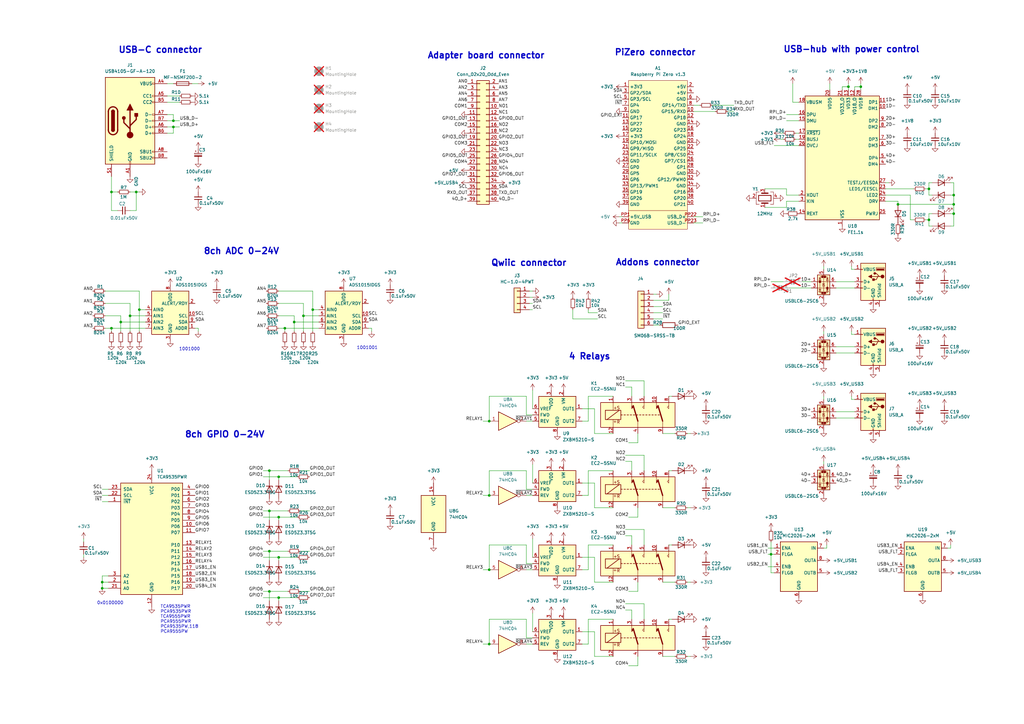
<source format=kicad_sch>
(kicad_sch (version 20250114) (generator "eeschema") (generator_version "9.0")
  (paper "A3")
  (title_block (date "2025-11-19"))
  (text "PiZero connector" (at 268.732 21.59 0) (effects (font (size 2.54 2.54) (thickness 0.508) (bold yes))))
  (text "USB-C connector\n" (at 65.786 20.574 0) (effects (font (size 2.54 2.54) (thickness 0.508) (bold yes))))
  (text "0x0100000" (at 45.212 247.396 0) (effects (font (size 1.27 1.27))))
  (text "4 Relays" (at 241.808 146.304 0) (effects (font (size 2.54 2.54) (thickness 0.508) (bold yes))))
  (text "8ch ADC 0-24V" (at 99.06 103.124 0) (effects (font (size 2.54 2.54) (thickness 0.508) (bold yes))))
  (text "Qwiic connector" (at 216.916 107.95 0) (effects (font (size 2.54 2.54) (thickness 0.508) (bold yes))))
  (text "1001000" (at 77.724 143.256 0) (effects (font (size 1.27 1.27))))
  (text "1001001" (at 150.622 142.748 0) (effects (font (size 1.27 1.27))))
  (text "TCA9535PWR\nPCA9535PWR\nTCA9555PWR\nPCA9555PWR\nPCA9535PW,118\nPCA9555PW" (at 65.786 254 0) (effects (font (size 1.27 1.27)) (justify left)))
  (text "USB-hub with power control\n" (at 349.25 20.32 0) (effects (font (size 2.54 2.54) (thickness 0.508) (bold yes))))
  (text "Addons connector" (at 269.748 107.696 0) (effects (font (size 2.54 2.54) (thickness 0.508) (bold yes))))
  (text "8ch GPIO 0-24V" (at 92.202 178.308 0) (effects (font (size 2.54 2.54) (thickness 0.508) (bold yes))))
  (text "Adapter board connector" (at 199.39 22.86 0) (effects (font (size 2.54 2.54) (thickness 0.508) (bold yes))))
  (junction (at 110.49 226.06))
  (junction (at 114.3 245.11))
  (junction (at 110.49 242.57))
  (junction (at 53.34 129.54))
  (junction (at 45.72 78.74))
  (junction (at 200.66 264.16))
  (junction (at 391.16 83.82))
  (junction (at 391.16 87.63))
  (junction (at 200.66 203.2))
  (junction (at 381 90.17))
  (junction (at 57.15 127))
  (junction (at 200.66 233.68))
  (junction (at 128.27 127))
  (junction (at 49.53 132.08))
  (junction (at 110.49 193.04))
  (junction (at 316.23 227.33))
  (junction (at 381 77.47))
  (junction (at 71.12 52.07))
  (junction (at 114.3 228.6))
  (junction (at 45.72 134.62))
  (junction (at 114.3 212.09))
  (junction (at 41.91 238.76))
  (junction (at 116.84 134.62))
  (junction (at 200.66 172.72))
  (junction (at 71.12 49.53))
  (junction (at 41.91 241.3))
  (junction (at 110.49 209.55))
  (junction (at 368.3 83.82))
  (junction (at 353.06 35.56))
  (junction (at 120.65 132.08))
  (junction (at 114.3 195.58))
  (junction (at 347.98 35.56))
  (junction (at 124.46 129.54))
  (junction (at 391.16 80.01))
  (junction (at 55.88 78.74))
  (wire (pts (xy 241.3 203.2) (xy 241.3 193.04)))
  (wire (pts (xy 198.12 172.72) (xy 200.66 172.72)))
  (wire (pts (xy 68.58 49.53) (xy 71.12 49.53)))
  (wire (pts (xy 34.29 220.98) (xy 34.29 222.25)))
  (wire (pts (xy 81.28 134.62) (xy 81.28 135.89)))
  (wire (pts (xy 215.9 254) (xy 200.66 254)))
  (wire (pts (xy 243.84 208.28) (xy 251.46 208.28)))
  (wire (pts (xy 107.95 212.09) (xy 114.3 212.09)))
  (wire (pts (xy 243.84 238.76) (xy 251.46 238.76)))
  (wire (pts (xy 283.21 208.28) (xy 281.94 208.28)))
  (wire (pts (xy 256.54 219.71) (xy 259.08 219.71)))
  (wire (pts (xy 57.15 119.38) (xy 57.15 127)))
  (wire (pts (xy 271.78 208.28) (xy 276.86 208.28)))
  (wire (pts (xy 116.84 134.62) (xy 116.84 135.89)))
  (wire (pts (xy 284.48 91.44) (xy 288.29 91.44)))
  (wire (pts (xy 124.46 129.54) (xy 130.81 129.54)))
  (wire (pts (xy 215.9 233.68) (xy 218.44 233.68)))
  (wire (pts (xy 68.58 46.99) (xy 71.12 46.99)))
  (wire (pts (xy 254 91.44) (xy 255.27 91.44)))
  (wire (pts (xy 45.72 78.74) (xy 48.26 78.74)))
  (wire (pts (xy 256.54 158.75) (xy 259.08 158.75)))
  (wire (pts (xy 381 90.17) (xy 381 87.63)))
  (wire (pts (xy 241.3 233.68) (xy 241.3 223.52)))
  (wire (pts (xy 256.54 189.23) (xy 259.08 189.23)))
  (wire (pts (xy 218.44 231.14) (xy 215.9 231.14)))
  (wire (pts (xy 241.3 162.56) (xy 251.46 162.56)))
  (wire (pts (xy 337.82 135.89) (xy 337.82 137.16)))
  (wire (pts (xy 128.27 127) (xy 128.27 135.89)))
  (wire (pts (xy 241.3 254) (xy 251.46 254)))
  (wire (pts (xy 57.15 127) (xy 57.15 135.89)))
  (wire (pts (xy 152.4 134.62) (xy 152.4 135.89)))
  (wire (pts (xy 261.62 208.28) (xy 261.62 212.09)))
  (wire (pts (xy 271.78 238.76) (xy 276.86 238.76)))
  (wire (pts (xy 110.49 193.04) (xy 118.11 193.04)))
  (wire (pts (xy 317.5 234.95) (xy 316.23 234.95)))
  (wire (pts (xy 349.25 110.49) (xy 350.52 110.49)))
  (wire (pts (xy 261.62 269.24) (xy 261.62 273.05)))
  (wire (pts (xy 274.32 193.04) (xy 275.59 193.04)))
  (wire (pts (xy 323.85 118.11) (xy 332.74 118.11)))
  (wire (pts (xy 322.58 80.01) (xy 327.66 80.01)))
  (wire (pts (xy 238.76 233.68) (xy 241.3 233.68)))
  (wire (pts (xy 350.52 36.83) (xy 350.52 35.56)))
  (wire (pts (xy 120.65 132.08) (xy 120.65 135.89)))
  (wire (pts (xy 238.76 172.72) (xy 241.3 172.72)))
  (wire (pts (xy 271.78 177.8) (xy 276.86 177.8)))
  (wire (pts (xy 238.76 228.6) (xy 243.84 228.6)))
  (wire (pts (xy 151.13 134.62) (xy 152.4 134.62)))
  (wire (pts (xy 321.31 57.15) (xy 320.04 57.15)))
  (wire (pts (xy 317.5 59.69) (xy 327.66 59.69)))
  (wire (pts (xy 53.34 124.46) (xy 53.34 129.54)))
  (wire (pts (xy 45.72 72.39) (xy 45.72 78.74)))
  (wire (pts (xy 49.53 132.08) (xy 59.69 132.08)))
  (wire (pts (xy 59.69 127) (xy 57.15 127)))
  (wire (pts (xy 234.95 127) (xy 234.95 130.81)))
  (wire (pts (xy 114.3 245.11) (xy 114.3 246.38)))
  (wire (pts (xy 314.96 227.33) (xy 316.23 227.33)))
  (wire (pts (xy 71.12 54.61) (xy 71.12 52.07)))
  (wire (pts (xy 322.58 85.09) (xy 313.69 85.09)))
  (wire (pts (xy 256.54 186.69) (xy 264.16 186.69)))
  (wire (pts (xy 267.97 125.73) (xy 271.78 125.73)))
  (wire (pts (xy 363.22 74.93) (xy 364.49 74.93)))
  (wire (pts (xy 45.72 86.36) (xy 48.26 86.36)))
  (wire (pts (xy 130.81 127) (xy 128.27 127)))
  (wire (pts (xy 55.88 78.74) (xy 55.88 86.36)))
  (wire (pts (xy 381 92.71) (xy 381 90.17)))
  (wire (pts (xy 257.81 273.05) (xy 261.62 273.05)))
  (wire (pts (xy 114.3 245.11) (xy 121.92 245.11)))
  (wire (pts (xy 238.76 264.16) (xy 241.3 264.16)))
  (wire (pts (xy 347.98 34.29) (xy 347.98 35.56)))
  (wire (pts (xy 238.76 167.64) (xy 243.84 167.64)))
  (wire (pts (xy 218.44 251.46) (xy 218.44 259.08)))
  (wire (pts (xy 217.17 119.38) (xy 218.44 119.38)))
  (wire (pts (xy 215.9 223.52) (xy 200.66 223.52)))
  (wire (pts (xy 267.97 128.27) (xy 271.78 128.27)))
  (wire (pts (xy 274.32 223.52) (xy 275.59 223.52)))
  (wire (pts (xy 347.98 35.56) (xy 345.44 35.56)))
  (wire (pts (xy 114.3 212.09) (xy 114.3 213.36)))
  (wire (pts (xy 53.34 86.36) (xy 55.88 86.36)))
  (wire (pts (xy 342.9 118.11) (xy 350.52 118.11)))
  (wire (pts (xy 322.58 77.47) (xy 322.58 80.01)))
  (wire (pts (xy 349.25 135.89) (xy 349.25 137.16)))
  (wire (pts (xy 41.91 200.66) (xy 44.45 200.66)))
  (wire (pts (xy 243.84 269.24) (xy 251.46 269.24)))
  (wire (pts (xy 267.97 120.65) (xy 269.24 120.65)))
  (wire (pts (xy 41.91 205.74) (xy 44.45 205.74)))
  (wire (pts (xy 215.9 170.18) (xy 215.9 162.56)))
  (wire (pts (xy 114.3 212.09) (xy 121.92 212.09)))
  (wire (pts (xy 327.66 41.91) (xy 325.12 41.91)))
  (wire (pts (xy 257.81 242.57) (xy 261.62 242.57)))
  (wire (pts (xy 254 88.9) (xy 255.27 88.9)))
  (wire (pts (xy 284.48 88.9) (xy 288.29 88.9)))
  (wire (pts (xy 200.66 193.04) (xy 200.66 203.2)))
  (wire (pts (xy 322.58 49.53) (xy 327.66 49.53)))
  (wire (pts (xy 314.96 232.41) (xy 317.5 232.41)))
  (wire (pts (xy 349.25 109.22) (xy 349.25 110.49)))
  (wire (pts (xy 373.38 90.17) (xy 374.65 90.17)))
  (wire (pts (xy 107.95 242.57) (xy 110.49 242.57)))
  (wire (pts (xy 274.32 120.65) (xy 274.32 123.19)))
  (wire (pts (xy 200.66 162.56) (xy 200.66 172.72)))
  (wire (pts (xy 389.89 224.79) (xy 388.62 224.79)))
  (wire (pts (xy 391.16 74.93) (xy 391.16 80.01)))
  (wire (pts (xy 363.22 77.47) (xy 374.65 77.47)))
  (wire (pts (xy 41.91 238.76) (xy 44.45 238.76)))
  (wire (pts (xy 238.76 198.12) (xy 243.84 198.12)))
  (wire (pts (xy 198.12 264.16) (xy 200.66 264.16)))
  (wire (pts (xy 215.9 231.14) (xy 215.9 223.52)))
  (wire (pts (xy 200.66 223.52) (xy 200.66 233.68)))
  (wire (pts (xy 78.74 34.29) (xy 81.28 34.29)))
  (wire (pts (xy 241.3 127) (xy 241.3 128.27)))
  (wire (pts (xy 349.25 163.83) (xy 350.52 163.83)))
  (wire (pts (xy 320.04 54.61) (xy 321.31 54.61)))
  (wire (pts (xy 267.97 123.19) (xy 274.32 123.19)))
  (wire (pts (xy 110.49 226.06) (xy 118.11 226.06)))
  (wire (pts (xy 114.3 228.6) (xy 114.3 229.87)))
  (wire (pts (xy 353.06 34.29) (xy 353.06 35.56)))
  (wire (pts (xy 241.3 264.16) (xy 241.3 254)))
  (wire (pts (xy 337.82 109.22) (xy 337.82 110.49)))
  (wire (pts (xy 57.15 78.74) (xy 55.88 78.74)))
  (wire (pts (xy 45.72 134.62) (xy 59.69 134.62)))
  (wire (pts (xy 234.95 130.81) (xy 245.11 130.81)))
  (wire (pts (xy 68.58 39.37) (xy 73.66 39.37)))
  (wire (pts (xy 107.95 195.58) (xy 114.3 195.58)))
  (wire (pts (xy 363.22 82.55) (xy 368.3 82.55)))
  (wire (pts (xy 241.3 128.27) (xy 245.11 128.27)))
  (wire (pts (xy 337.82 189.23) (xy 337.82 190.5)))
  (wire (pts (xy 110.49 213.36) (xy 110.49 209.55)))
  (wire (pts (xy 120.65 129.54) (xy 114.3 129.54)))
  (wire (pts (xy 215.9 200.66) (xy 215.9 193.04)))
  (wire (pts (xy 120.65 129.54) (xy 120.65 132.08)))
  (wire (pts (xy 43.18 134.62) (xy 45.72 134.62)))
  (wire (pts (xy 274.32 162.56) (xy 275.59 162.56)))
  (wire (pts (xy 107.95 228.6) (xy 114.3 228.6)))
  (wire (pts (xy 243.84 228.6) (xy 243.84 238.76)))
  (wire (pts (xy 256.54 247.65) (xy 264.16 247.65)))
  (wire (pts (xy 314.96 224.79) (xy 317.5 224.79)))
  (wire (pts (xy 264.16 193.04) (xy 264.16 186.69)))
  (wire (pts (xy 218.44 190.5) (xy 218.44 198.12)))
  (wire (pts (xy 243.84 167.64) (xy 243.84 177.8)))
  (wire (pts (xy 215.9 264.16) (xy 218.44 264.16)))
  (wire (pts (xy 373.38 80.01) (xy 373.38 90.17)))
  (wire (pts (xy 316.23 222.25) (xy 316.23 227.33)))
  (wire (pts (xy 200.66 254) (xy 200.66 264.16)))
  (wire (pts (xy 215.9 203.2) (xy 218.44 203.2)))
  (wire (pts (xy 313.69 77.47) (xy 322.58 77.47)))
  (wire (pts (xy 256.54 250.19) (xy 259.08 250.19)))
  (wire (pts (xy 316.23 234.95) (xy 316.23 227.33)))
  (wire (pts (xy 284.48 45.72) (xy 293.37 45.72)))
  (wire (pts (xy 243.84 259.08) (xy 243.84 269.24)))
  (wire (pts (xy 381 74.93) (xy 381 77.47)))
  (wire (pts (xy 349.25 162.56) (xy 349.25 163.83)))
  (wire (pts (xy 363.22 80.01) (xy 373.38 80.01)))
  (wire (pts (xy 325.12 34.29) (xy 325.12 41.91)))
  (wire (pts (xy 347.98 36.83) (xy 347.98 35.56)))
  (wire (pts (xy 337.82 162.56) (xy 337.82 163.83)))
  (wire (pts (xy 389.89 223.52) (xy 389.89 224.79)))
  (wire (pts (xy 241.3 193.04) (xy 251.46 193.04)))
  (wire (pts (xy 71.12 52.07) (xy 73.66 52.07)))
  (wire (pts (xy 261.62 238.76) (xy 261.62 242.57)))
  (wire (pts (xy 264.16 254) (xy 264.16 247.65)))
  (wire (pts (xy 71.12 49.53) (xy 73.66 49.53)))
  (wire (pts (xy 114.3 195.58) (xy 121.92 195.58)))
  (wire (pts (xy 322.58 46.99) (xy 327.66 46.99)))
  (wire (pts (xy 41.91 238.76) (xy 41.91 241.3)))
  (wire (pts (xy 379.73 90.17) (xy 381 90.17)))
  (wire (pts (xy 267.97 130.81) (xy 271.78 130.81)))
  (wire (pts (xy 342.9 168.91) (xy 350.52 168.91)))
  (wire (pts (xy 339.09 224.79) (xy 337.82 224.79)))
  (wire (pts (xy 114.3 134.62) (xy 116.84 134.62)))
  (wire (pts (xy 124.46 129.54) (xy 124.46 135.89)))
  (wire (pts (xy 218.44 170.18) (xy 215.9 170.18)))
  (wire (pts (xy 123.19 226.06) (xy 127 226.06)))
  (wire (pts (xy 326.39 54.61) (xy 327.66 54.61)))
  (wire (pts (xy 368.3 82.55) (xy 368.3 83.82)))
  (wire (pts (xy 45.72 78.74) (xy 45.72 86.36)))
  (wire (pts (xy 114.3 228.6) (xy 121.92 228.6)))
  (wire (pts (xy 107.95 226.06) (xy 110.49 226.06)))
  (wire (pts (xy 218.44 200.66) (xy 215.9 200.66)))
  (wire (pts (xy 259.08 189.23) (xy 259.08 193.04)))
  (wire (pts (xy 68.58 52.07) (xy 71.12 52.07)))
  (wire (pts (xy 217.17 121.92) (xy 218.44 121.92)))
  (wire (pts (xy 34.29 227.33) (xy 34.29 228.6)))
  (wire (pts (xy 391.16 74.93) (xy 389.89 74.93)))
  (wire (pts (xy 43.18 124.46) (xy 53.34 124.46)))
  (wire (pts (xy 238.76 203.2) (xy 241.3 203.2)))
  (wire (pts (xy 274.32 254) (xy 275.59 254)))
  (wire (pts (xy 114.3 195.58) (xy 114.3 196.85)))
  (wire (pts (xy 71.12 46.99) (xy 71.12 49.53)))
  (wire (pts (xy 284.48 43.18) (xy 287.02 43.18)))
  (wire (pts (xy 110.49 242.57) (xy 118.11 242.57)))
  (wire (pts (xy 353.06 35.56) (xy 353.06 36.83)))
  (wire (pts (xy 124.46 124.46) (xy 124.46 129.54)))
  (wire (pts (xy 218.44 160.02) (xy 218.44 167.64)))
  (wire (pts (xy 316.23 227.33) (xy 317.5 227.33)))
  (wire (pts (xy 53.34 129.54) (xy 59.69 129.54)))
  (wire (pts (xy 342.9 171.45) (xy 350.52 171.45)))
  (wire (pts (xy 120.65 132.08) (xy 130.81 132.08)))
  (wire (pts (xy 107.95 193.04) (xy 110.49 193.04)))
  (wire (pts (xy 327.66 82.55) (xy 322.58 82.55)))
  (wire (pts (xy 215.9 172.72) (xy 218.44 172.72)))
  (wire (pts (xy 391.16 87.63) (xy 391.16 92.71)))
  (wire (pts (xy 281.94 269.24) (xy 283.21 269.24)))
  (wire (pts (xy 114.3 119.38) (xy 128.27 119.38)))
  (wire (pts (xy 107.95 209.55) (xy 110.49 209.55)))
  (wire (pts (xy 110.49 193.04) (xy 110.49 196.85)))
  (wire (pts (xy 292.1 43.18) (xy 300.99 43.18)))
  (wire (pts (xy 340.36 34.29) (xy 340.36 36.83)))
  (wire (pts (xy 257.81 181.61) (xy 261.62 181.61)))
  (wire (pts (xy 241.3 223.52) (xy 251.46 223.52)))
  (wire (pts (xy 241.3 172.72) (xy 241.3 162.56)))
  (wire (pts (xy 391.16 83.82) (xy 391.16 87.63)))
  (wire (pts (xy 259.08 158.75) (xy 259.08 162.56)))
  (wire (pts (xy 342.9 115.57) (xy 350.52 115.57)))
  (wire (pts (xy 198.12 233.68) (xy 200.66 233.68)))
  (wire (pts (xy 68.58 41.91) (xy 73.66 41.91)))
  (wire (pts (xy 218.44 220.98) (xy 218.44 228.6)))
  (wire (pts (xy 342.9 142.24) (xy 350.52 142.24)))
  (wire (pts (xy 215.9 261.62) (xy 215.9 254)))
  (wire (pts (xy 328.93 115.57) (xy 332.74 115.57)))
  (wire (pts (xy 349.25 137.16) (xy 350.52 137.16)))
  (wire (pts (xy 43.18 119.38) (xy 57.15 119.38)))
  (wire (pts (xy 217.17 127) (xy 218.44 127)))
  (wire (pts (xy 261.62 177.8) (xy 261.62 181.61)))
  (wire (pts (xy 41.91 236.22) (xy 41.91 238.76)))
  (wire (pts (xy 350.52 35.56) (xy 353.06 35.56)))
  (wire (pts (xy 345.44 35.56) (xy 345.44 36.83)))
  (wire (pts (xy 281.94 177.8) (xy 283.21 177.8)))
  (wire (pts (xy 243.84 177.8) (xy 251.46 177.8)))
  (wire (pts (xy 256.54 156.21) (xy 264.16 156.21)))
  (wire (pts (xy 243.84 198.12) (xy 243.84 208.28)))
  (wire (pts (xy 267.97 133.35) (xy 270.51 133.35)))
  (wire (pts (xy 49.53 129.54) (xy 43.18 129.54)))
  (wire (pts (xy 368.3 83.82) (xy 391.16 83.82)))
  (wire (pts (xy 259.08 250.19) (xy 259.08 254)))
  (wire (pts (xy 391.16 87.63) (xy 389.89 87.63)))
  (wire (pts (xy 123.19 193.04) (xy 127 193.04)))
  (wire (pts (xy 342.9 144.78) (xy 350.52 144.78)))
  (wire (pts (xy 326.39 57.15) (xy 327.66 57.15)))
  (wire (pts (xy 391.16 92.71) (xy 389.89 92.71)))
  (wire (pts (xy 49.53 129.54) (xy 49.53 132.08)))
  (wire (pts (xy 114.3 124.46) (xy 124.46 124.46)))
  (wire (pts (xy 256.54 217.17) (xy 264.16 217.17)))
  (wire (pts (xy 110.49 242.57) (xy 110.49 246.38)))
  (wire (pts (xy 41.91 241.3) (xy 44.45 241.3)))
  (wire (pts (xy 80.01 134.62) (xy 81.28 134.62)))
  (wire (pts (xy 41.91 236.22) (xy 44.45 236.22)))
  (wire (pts (xy 381 80.01) (xy 382.27 80.01)))
  (wire (pts (xy 264.16 223.52) (xy 264.16 217.17)))
  (wire (pts (xy 381 77.47) (xy 381 80.01)))
  (wire (pts (xy 53.34 78.74) (xy 55.88 78.74)))
  (wire (pts (xy 215.9 162.56) (xy 200.66 162.56)))
  (wire (pts (xy 381 74.93) (xy 382.27 74.93)))
  (wire (pts (xy 379.73 77.47) (xy 381 77.47)))
  (wire (pts (xy 110.49 209.55) (xy 118.11 209.55)))
  (wire (pts (xy 123.19 209.55) (xy 127 209.55)))
  (wire (pts (xy 322.58 82.55) (xy 322.58 85.09)))
  (wire (pts (xy 391.16 80.01) (xy 391.16 83.82)))
  (wire (pts (xy 49.53 132.08) (xy 49.53 135.89)))
  (wire (pts (xy 283.21 238.76) (xy 281.94 238.76)))
  (wire (pts (xy 217.17 124.46) (xy 218.44 124.46)))
  (wire (pts (xy 316.23 115.57) (xy 321.31 115.57)))
  (wire (pts (xy 238.76 259.08) (xy 243.84 259.08)))
  (wire (pts (xy 391.16 80.01) (xy 389.89 80.01)))
  (wire (pts (xy 128.27 119.38) (xy 128.27 127)))
  (wire (pts (xy 264.16 162.56) (xy 264.16 156.21)))
  (wire (pts (xy 110.49 229.87) (xy 110.49 226.06)))
  (wire (pts (xy 381 92.71) (xy 382.27 92.71)))
  (wire (pts (xy 123.19 242.57) (xy 127 242.57)))
  (wire (pts (xy 198.12 203.2) (xy 200.66 203.2)))
  (wire (pts (xy 271.78 269.24) (xy 276.86 269.24)))
  (wire (pts (xy 218.44 261.62) (xy 215.9 261.62)))
  (wire (pts (xy 68.58 34.29) (xy 71.12 34.29)))
  (wire (pts (xy 339.09 223.52) (xy 339.09 224.79)))
  (wire (pts (xy 41.91 203.2) (xy 44.45 203.2)))
  (wire (pts (xy 116.84 134.62) (xy 130.81 134.62)))
  (wire (pts (xy 257.81 212.09) (xy 261.62 212.09)))
  (wire (pts (xy 298.45 45.72) (xy 300.99 45.72)))
  (wire (pts (xy 45.72 134.62) (xy 45.72 135.89)))
  (wire (pts (xy 107.95 245.11) (xy 114.3 245.11)))
  (wire (pts (xy 381 87.63) (xy 382.27 87.63)))
  (wire (pts (xy 68.58 54.61) (xy 71.12 54.61)))
  (wire (pts (xy 215.9 193.04) (xy 200.66 193.04)))
  (wire (pts (xy 259.08 219.71) (xy 259.08 223.52)))
  (wire (pts (xy 53.34 129.54) (xy 53.34 135.89)))
  (label "RELAY3" (at 198.12 233.68 180))
  (label "3D+" (at 332.74 168.91 180))
  (label "4O_D-" (at 204.47 82.55 0))
  (label "RPI_D+" (at 322.58 46.99 180))
  (label "AN5" (at 204.47 39.37 0))
  (label "SDA" (at 271.78 125.73 0))
  (label "TXD_OUT" (at 204.47 80.01 0))
  (label "1D+" (at 332.74 115.57 180))
  (label "NO3" (at 256.54 217.17 180))
  (label "SCL" (at 191.77 77.47 180))
  (label "NC4" (at 256.54 250.19 180))
  (label "USB_FLT" (at 317.5 59.69 180))
  (label "NO2" (at 256.54 186.69 180))
  (label "USB_D+" (at 73.66 52.07 0))
  (label "NC2" (at 204.47 54.61 0))
  (label "SDA" (at 41.91 203.2 180))
  (label "SDA" (at 204.47 77.47 0))
  (label "GPIO1" (at 107.95 195.58 180))
  (label "GPIO0_OUT" (at 127 193.04 0))
  (label "SCL" (at 271.78 128.27 0))
  (label "~{INT}" (at 41.91 205.74 180))
  (label "USB_FLT" (at 368.3 234.95 180))
  (label "GPIO_EXT" (at 255.27 48.26 180))
  (label "RXD_OUT" (at 300.99 45.72 0))
  (label "GPIO1_OUT" (at 191.77 49.53 180))
  (label "SCL" (at 255.27 40.64 180))
  (label "NC2" (at 256.54 189.23 180))
  (label "RELAY1" (at 80.01 223.52 0))
  (label "2D+" (at 332.74 142.24 180))
  (label "4O_D+" (at 342.9 195.58 0))
  (label "GPIO0" (at 107.95 193.04 180))
  (label "SDA" (at 151.13 132.08 0))
  (label "GPIO0" (at 80.01 200.66 0))
  (label "USB2_EN" (at 314.96 232.41 180))
  (label "GPIO7_OUT" (at 191.77 72.39 180))
  (label "USB1_EN" (at 314.96 224.79 180))
  (label "SCL" (at 41.91 200.66 180))
  (label "TXD_OUT" (at 300.99 43.18 0))
  (label "~{RELAY2}" (at 218.44 203.2 180))
  (label "RELAY3" (at 80.01 228.6 0))
  (label "GPIO5_OUT" (at 127 228.6 0))
  (label "COM3" (at 191.77 59.69 180))
  (label "GPIO5_OUT" (at 191.77 64.77 180))
  (label "~{RELAY3}" (at 218.44 233.68 180))
  (label "AN1" (at 38.1 124.46 180))
  (label "USB_FLT" (at 314.96 227.33 180))
  (label "NO3" (at 204.47 59.69 0))
  (label "NO1" (at 204.47 44.45 0))
  (label "AN6" (at 109.22 129.54 180))
  (label "USB3_EN" (at 80.01 238.76 0))
  (label "AN0" (at 38.1 119.38 180))
  (label "GPIO2" (at 107.95 209.55 180))
  (label "4D+" (at 332.74 195.58 180))
  (label "AN2" (at 38.1 129.54 180))
  (label "3D-" (at 363.22 59.69 0))
  (label "RPI_D-" (at 322.58 49.53 180))
  (label "GPIO4_OUT" (at 127 226.06 0))
  (label "AN6" (at 191.77 41.91 180))
  (label "RPI_D+" (at 316.23 115.57 180))
  (label "NC1" (at 204.47 46.99 0))
  (label "GPIO4_OUT" (at 204.47 64.77 0))
  (label "GPIO3" (at 80.01 208.28 0))
  (label "GPIO4" (at 80.01 210.82 0))
  (label "SDA" (at 80.01 132.08 0))
  (label "GPIO1" (at 80.01 203.2 0))
  (label "NC3" (at 256.54 219.71 180))
  (label "GPIO3_OUT" (at 191.77 57.15 180))
  (label "USB3_EN" (at 368.3 224.79 180))
  (label "1D-" (at 363.22 44.45 0))
  (label "RELAY2" (at 198.12 203.2 180))
  (label "USB4_EN" (at 80.01 241.3 0))
  (label "USB4_EN" (at 368.3 232.41 180))
  (label "USB_FLT" (at 368.3 227.33 180))
  (label "GPIO6" (at 80.01 215.9 0))
  (label "4O_D+" (at 191.77 82.55 180))
  (label "3D-" (at 332.74 171.45 180))
  (label "~{INT}" (at 255.27 43.18 180))
  (label "COM2" (at 257.81 212.09 180))
  (label "COM1" (at 191.77 44.45 180))
  (label "GPIO6" (at 107.95 242.57 180))
  (label "GPIO7" (at 80.01 218.44 0))
  (label "AN7" (at 204.47 41.91 0))
  (label "4D-" (at 363.22 67.31 0))
  (label "GPIO0_OUT" (at 204.47 49.53 0))
  (label "NC4" (at 204.47 69.85 0))
  (label "2D+" (at 363.22 49.53 0))
  (label "RELAY4" (at 198.12 264.16 180))
  (label "~{RELAY1}" (at 218.44 172.72 180))
  (label "1D-" (at 332.74 118.11 180))
  (label "4D+" (at 363.22 64.77 0))
  (label "COM4" (at 191.77 67.31 180))
  (label "3D+" (at 363.22 57.15 0))
  (label "GPIO2_OUT" (at 204.47 57.15 0))
  (label "AN5" (at 109.22 124.46 180))
  (label "NO4" (at 204.47 67.31 0))
  (label "GPIO6_OUT" (at 204.47 72.39 0))
  (label "4O_D-" (at 342.9 198.12 0))
  (label "GPIO7_OUT" (at 127 245.11 0))
  (label "AN2" (at 191.77 36.83 180))
  (label "GPIO2_OUT" (at 127 209.55 0))
  (label "RELAY4" (at 80.01 231.14 0))
  (label "USB1_EN" (at 80.01 233.68 0))
  (label "GPIO1_OUT" (at 127 195.58 0))
  (label "USB_D-" (at 73.66 49.53 0))
  (label "2D-" (at 363.22 52.07 0))
  (label "~{INT}" (at 271.78 130.81 0))
  (label "AN4" (at 191.77 39.37 180))
  (label "AN3" (at 204.47 36.83 0))
  (label "AN4" (at 109.22 119.38 180))
  (label "RPI_D+" (at 288.29 88.9 0))
  (label "SCL" (at 245.11 130.81 0))
  (label "GPIO5" (at 107.95 228.6 180))
  (label "RPI_D-" (at 288.29 91.44 0))
  (label "2D-" (at 332.74 144.78 180))
  (label "4D-" (at 332.74 198.12 180))
  (label "GPIO2" (at 80.01 205.74 0))
  (label "NC3" (at 204.47 62.23 0))
  (label "COM3" (at 257.81 242.57 180))
  (label "GPIO6_OUT" (at 127 242.57 0))
  (label "SCL" (at 218.44 127 0))
  (label "RELAY2" (at 80.01 226.06 0))
  (label "GPIO5" (at 80.01 213.36 0))
  (label "GPIO7" (at 107.95 245.11 180))
  (label "1D+" (at 363.22 41.91 0))
  (label "GPIO_EXT" (at 278.13 133.35 0))
  (label "RXD_OUT" (at 191.77 80.01 180))
  (label "SCL" (at 80.01 129.54 0))
  (label "SDA" (at 255.27 38.1 180))
  (label "COM4" (at 257.81 273.05 180))
  (label "SCL" (at 151.13 129.54 0))
  (label "GPIO3" (at 107.95 212.09 180))
  (label "AN0" (at 191.77 34.29 180))
  (label "RELAY1" (at 198.12 172.72 180))
  (label "AN3" (at 38.1 134.62 180))
  (label "AN7" (at 109.22 134.62 180))
  (label "NC1" (at 256.54 158.75 180))
  (label "RPI_D-" (at 316.23 118.11 180))
  (label "NO4" (at 256.54 247.65 180))
  (label "NO1" (at 256.54 156.21 180))
  (label "GPIO4" (at 107.95 226.06 180))
  (label "GPIO3_OUT" (at 127 212.09 0))
  (label "~{RELAY4}" (at 218.44 264.16 180))
  (label "COM2" (at 191.77 52.07 180))
  (label "SDA" (at 245.11 128.27 0))
  (label "SDA" (at 218.44 124.46 0))
  (label "USB2_EN" (at 80.01 236.22 0))
  (label "NO2" (at 204.47 52.07 0))
  (label "AN1" (at 204.47 34.29 0))
  (label "COM1" (at 257.81 181.61 180))
  (symbol (lib_id "power:GND") (at 110.49 204.47 0) (mirror y) (unit 1)
    (property "Reference" "#PWR025" (effects (hide yes)))
    (property "Value" "GND" (effects (hide yes)))
    (property "Description" "Power symbol creates a global label with name \"GND\" , ground" (effects (hide yes)))
  )
  (symbol (lib_id "Driver_Motor:ZXBM5210-S") (at 228.6 231.14 0) (unit 1)
    (property "Reference" "U11" (at 230.7941 238.76 0) (effects (justify left)))
    (property "Value" "ZXBM5210-S" (at 230.7941 241.3 0) (effects (justify left)))
    (property "Footprint" "Package_SO:SOIC-8_3.9x4.9mm_P1.27mm" (effects (hide yes)))
    (property "Datasheet" "https://www.diodes.com/assets/Datasheets/ZXBM5210.pdf" (effects (hide yes)))
    (property "Description" "Reversible DC motor drive with speed control, 3-18V, 0.85A, SOIC-8" (effects (hide yes)))
    (property "Mouser Part #" "ZXBM5210-S" (effects (hide yes)))
    (property "LCSC Part #" "C20627211" (effects (hide yes)))
  )
  (symbol (lib_id "power:+5V") (at 337.82 109.22 0) (unit 1)
    (property "Reference" "#PWR099" (effects (hide yes)))
    (property "Value" "+5V_USB1" (at 337.82 104.14 0))
  )
  (symbol (lib_id "power:GND") (at 284.48 71.12 90) (mirror x) (unit 1)
    (property "Reference" "#PWR089" (effects (hide yes)))
    (property "Value" "GND" (effects (hide yes)))
  )
  (symbol (lib_id "power:GND") (at 284.48 76.2 90) (mirror x) (unit 1)
    (property "Reference" "#PWR090" (effects (hide yes)))
    (property "Value" "GND" (effects (hide yes)))
  )
  (symbol (lib_id "Power_Protection:USBLC6-2SC6") (at 337.82 168.91 0) (unit 1)
    (property "Reference" "U16" (at 339.09 164.084 0) (effects (justify left)))
    (property "Value" "USBLC6-2SC6" (at 321.818 176.784 0) (effects (justify left)))
    (property "Footprint" "Package_TO_SOT_SMD:SOT-23-6" (effects (hide yes)))
    (property "Datasheet" "https://www.st.com/resource/en/datasheet/usblc6-2.pdf" (effects (hide yes)))
    (property "Description" "Very low capacitance ESD protection diode, 2 data-line, SOT-23-6" (effects (hide yes)))
    (property "Mouser Part #" "USBLC6-2SC6" (effects (hide yes)))
    (property "LCSC Part #" "C5180249" (effects (hide yes)))
  )
  (symbol (lib_id "Device:R_Small") (at 124.46 138.43 0) (unit 1)
    (property "Reference" "R20" (at 122.682 145.034 0) (effects (justify left)))
    (property "Value" "120k" (at 122.682 146.812 0) (effects (justify left)))
    (property "Footprint" "Resistor_SMD:R_0603_1608Metric" (effects (hide yes)))
    (property "Description" "Resistor, small symbol" (effects (hide yes)))
    (property "LCSC Part #" "C2930027" (effects (hide yes)))
    (property "Mouser Part #" "CRGCQ0603F120K" (effects (hide yes)))
  )
  (symbol (lib_id "Analog_ADC:ADS1015IDGS") (at 69.85 129.54 0) (unit 1)
    (property "Reference" "U2" (at 72.0441 114.3 0) (effects (justify left)))
    (property "Value" "ADS1015IDGS" (at 72.0441 116.84 0) (effects (justify left)))
    (property "Footprint" "Package_SO:TSSOP-10_3x3mm_P0.5mm" (effects (hide yes)))
    (property "Datasheet" "http://www.ti.com/lit/ds/symlink/ads1015.pdf" (effects (hide yes)))
    (property "Description" "Ultra-Small, Low-Power, I2C-Compatible, 3.3-kSPS, 12-Bit ADCs With Internal Reference, Oscillator, and Programmable Comparator, VSSOP-10" (effects (hide yes)))
    (property "Mouser Part #" "ADS1015IDGS" (effects (hide yes)))
    (property "LCSC Part #" "C193969" (effects (hide yes)))
  )
  (symbol (lib_id "power:GND") (at 191.77 54.61 270) (mirror x) (unit 1)
    (property "Reference" "#PWR046" (effects (hide yes)))
    (property "Value" "GND" (effects (hide yes)))
  )
  (symbol (lib_id "power:GND") (at 41.91 241.3 0) (mirror y) (unit 1)
    (property "Reference" "#PWR03" (effects (hide yes)))
    (property "Value" "GND" (effects (hide yes)))
    (property "Description" "Power symbol creates a global label with name \"GND\" , ground" (effects (hide yes)))
  )
  (symbol (lib_id "Device:R_Small") (at 124.46 245.11 90) (unit 1)
    (property "Reference" "R27" (at 126.492 243.332 90) (effects (justify left)))
    (property "Value" "10k" (at 126.238 246.888 90) (effects (justify left)))
    (property "Footprint" "Resistor_SMD:R_0603_1608Metric" (effects (hide yes)))
    (property "Description" "Resistor, small symbol" (effects (hide yes)))
    (property "LCSC Part #" "C2907113" (effects (hide yes)))
    (property "Mouser Part #" "RMC1/16K1002DTP" (effects (hide yes)))
  )
  (symbol (lib_id "power:+5V") (at 191.77 74.93 90) (mirror x) (unit 1)
    (property "Reference" "#PWR049" (effects (hide yes)))
    (property "Value" "+5V_USB4" (at 187.96 74.9299 90) (effects (justify left)))
  )
  (symbol (lib_id "power:GND") (at 377.19 144.78 0) (mirror y) (unit 1)
    (property "Reference" "#PWR0133" (effects (hide yes)))
    (property "Value" "GND" (effects (hide yes)))
  )
  (symbol (lib_id "Device:R_Small") (at 111.76 124.46 90) (unit 1)
    (property "Reference" "R13" (at 113.538 122.682 90) (effects (justify left)))
    (property "Value" "820k" (at 114.3 126.238 90) (effects (justify left)))
    (property "Footprint" "Resistor_SMD:R_0603_1608Metric" (effects (hide yes)))
    (property "Description" "Resistor, small symbol" (effects (hide yes)))
    (property "LCSC Part #" "C2907070" (effects (hide yes)))
    (property "Mouser Part #" "ERJ-3EKF8203V" (effects (hide yes)))
  )
  (symbol (lib_id "power:GND") (at 160.02 214.63 0) (mirror y) (unit 1)
    (property "Reference" "#PWR042" (effects (hide yes)))
    (property "Value" "GND" (effects (hide yes)))
  )
  (symbol (lib_id "power:+5V") (at 353.06 34.29 0) (unit 1)
    (property "Reference" "#PWR0116" (effects (hide yes)))
    (property "Value" "+1V8" (at 353.06 29.21 0))
  )
  (symbol (lib_id "power:GND") (at 387.35 144.78 0) (mirror y) (unit 1)
    (property "Reference" "#PWR0144" (effects (hide yes)))
    (property "Value" "GND" (effects (hide yes)))
  )
  (symbol (lib_id "power:+5V") (at 231.14 190.5 0) (unit 1)
    (property "Reference" "#PWR066" (effects (hide yes)))
    (property "Value" "+5V" (at 231.14 185.42 0))
  )
  (symbol (lib_id "power:+1V8") (at 226.06 160.02 0) (mirror y) (unit 1)
    (property "Reference" "#PWR057" (effects (hide yes)))
    (property "Value" "+3V3" (at 226.06 154.94 0))
    (property "Description" "Power symbol creates a global label with name \"+1V8\"" (effects (hide yes)))
  )
  (symbol (lib_id "Device:Fuse") (at 74.93 34.29 90) (unit 1)
    (property "Reference" "F1" (at 74.93 29.21 90))
    (property "Value" "MF-NSMF200-2" (at 74.93 31.75 90))
    (property "Footprint" "Fuse:Fuse_1206_3216Metric" (effects (hide yes)))
    (property "LCSC Part #" "C89656" (effects (hide yes)))
    (property "Mouser Part #" "MF-NSMF200-2" (effects (hide yes)))
  )
  (symbol (lib_id "power:+1V8") (at 140.97 116.84 0) (mirror y) (unit 1)
    (property "Reference" "#PWR036" (effects (hide yes)))
    (property "Value" "+3V3" (at 140.97 111.76 0))
    (property "Description" "Power symbol creates a global label with name \"+1V8\"" (effects (hide yes)))
  )
  (symbol (lib_id "power:GND") (at 358.14 125.73 0) (unit 1)
    (property "Reference" "#PWR0117" (effects (hide yes)))
    (property "Value" "GND" (effects (hide yes)))
  )
  (symbol (lib_id "power:GND") (at 358.14 198.12 0) (mirror y) (unit 1)
    (property "Reference" "#PWR0121" (effects (hide yes)))
    (property "Value" "GND" (effects (hide yes)))
  )
  (symbol (lib_id "power:GND") (at 128.27 140.97 0) (mirror y) (unit 1)
    (property "Reference" "#PWR035" (effects (hide yes)))
    (property "Value" "GND" (effects (hide yes)))
    (property "Description" "Power symbol creates a global label with name \"GND\" , ground" (effects (hide yes)))
  )
  (symbol (lib_id "Relay:EC2-5SNU") (at 261.62 170.18 0) (unit 1)
    (property "Reference" "K1" (at 242.316 157.226 0) (effects (justify left)))
    (property "Value" "EC2-5SNU" (at 242.316 159.512 0) (effects (justify left)))
    (property "Footprint" "Relay_THT:Relay_DPDT_Kemet_EC2" (effects (hide yes)))
    (property "Datasheet" "https://content.kemet.com/datasheets/KEM_R7002_EC2_EE2.pdf" (effects (hide yes)))
    (property "Description" "General purpose signal relay, Kemet EC2 Series, DPDT (2 Form C), single coil latching, through hole, 60W/125VA, 220VDC/250VAC, 2A, 5V DC coil" (effects (hide yes)))
    (property "Mouser Part #" "EC2-5SNU" (effects (hide yes)))
    (property "LCSC Part #" "C2153173" (effects (hide yes)))
  )
  (symbol (lib_id "power:GND") (at 81.28 66.04 0) (mirror y) (unit 1)
    (property "Reference" "#PWR018" (effects (hide yes)))
    (property "Value" "GND" (effects (hide yes)))
  )
  (symbol (lib_id "power:GND") (at 337.82 123.19 0) (unit 1)
    (property "Reference" "#PWR0100" (effects (hide yes)))
    (property "Value" "GND" (effects (hide yes)))
  )
  (symbol (lib_id "power:+5V") (at 254 88.9 90) (unit 1)
    (property "Reference" "#PWR069" (effects (hide yes)))
    (property "Value" "+5V" (at 250.19 88.8999 90) (effects (justify left)))
  )
  (symbol (lib_id "Analog_ADC:ADS1015IDGS") (at 140.97 129.54 0) (unit 1)
    (property "Reference" "U7" (at 143.1641 114.3 0) (effects (justify left)))
    (property "Value" "ADS1015IDGS" (at 143.1641 116.84 0) (effects (justify left)))
    (property "Footprint" "Package_SO:TSSOP-10_3x3mm_P0.5mm" (effects (hide yes)))
    (property "Datasheet" "http://www.ti.com/lit/ds/symlink/ads1015.pdf" (effects (hide yes)))
    (property "Description" "Ultra-Small, Low-Power, I2C-Compatible, 3.3-kSPS, 12-Bit ADCs With Internal Reference, Oscillator, and Programmable Comparator, VSSOP-10" (effects (hide yes)))
    (property "Mouser Part #" "ADS1015IDGS" (effects (hide yes)))
    (property "LCSC Part #" "C193969" (effects (hide yes)))
  )
  (symbol (lib_id "power:GND") (at 116.84 140.97 0) (mirror y) (unit 1)
    (property "Reference" "#PWR028" (effects (hide yes)))
    (property "Value" "GND" (effects (hide yes)))
    (property "Description" "Power symbol creates a global label with name \"GND\" , ground" (effects (hide yes)))
  )
  (symbol (lib_id "power:+1V8") (at 283.21 269.24 270) (mirror x) (unit 1)
    (property "Reference" "#PWR085" (effects (hide yes)))
    (property "Value" "+3V3" (at 287.02 269.2399 90) (effects (justify left)))
    (property "Description" "Power symbol creates a global label with name \"+1V8\"" (effects (hide yes)))
  )
  (symbol (lib_id "power:GND") (at 284.48 58.42 90) (mirror x) (unit 1)
    (property "Reference" "#PWR088" (effects (hide yes)))
    (property "Value" "GND" (effects (hide yes)))
  )
  (symbol (lib_id "Mechanical:MountingHole") (at 130.81 44.45 0) (unit 1) (dnp yes)
    (property "Reference" "H3" (at 133.35 43.1799 0) (effects (justify left)))
    (property "Value" "MountingHole" (at 133.35 45.7199 0) (effects (justify left)))
    (property "Footprint" "MountingHoles:MountingHole_3.2mm_M3_keepouts" (effects (hide yes)))
    (property "Description" "Mounting Hole without connection" (effects (hide yes)))
  )
  (symbol (lib_id "Device:R_Small") (at 40.64 134.62 90) (unit 1)
    (property "Reference" "R4" (at 42.418 132.842 90) (effects (justify left)))
    (property "Value" "820k" (at 43.18 136.398 90) (effects (justify left)))
    (property "Footprint" "Resistor_SMD:R_0603_1608Metric" (effects (hide yes)))
    (property "Description" "Resistor, small symbol" (effects (hide yes)))
    (property "LCSC Part #" "C2907070" (effects (hide yes)))
    (property "Mouser Part #" "ERJ-3EKF8203V" (effects (hide yes)))
  )
  (symbol (lib_id "Device:R_Small") (at 116.84 138.43 0) (unit 1)
    (property "Reference" "R16" (at 115.062 145.034 0) (effects (justify left)))
    (property "Value" "120k" (at 115.062 146.812 0) (effects (justify left)))
    (property "Footprint" "Resistor_SMD:R_0603_1608Metric" (effects (hide yes)))
    (property "Description" "Resistor, small symbol" (effects (hide yes)))
    (property "LCSC Part #" "C2930027" (effects (hide yes)))
    (property "Mouser Part #" "CRGCQ0603F120K" (effects (hide yes)))
  )
  (symbol (lib_id "power:+5V") (at 388.62 229.87 270) (unit 1)
    (property "Reference" "#PWR0147" (effects (hide yes)))
    (property "Value" "+5V_USB3" (at 392.43 229.8699 90) (effects (justify left)))
  )
  (symbol (lib_id "power:GND") (at 110.49 220.98 0) (mirror y) (unit 1)
    (property "Reference" "#PWR026" (effects (hide yes)))
    (property "Value" "GND" (effects (hide yes)))
    (property "Description" "Power symbol creates a global label with name \"GND\" , ground" (effects (hide yes)))
  )
  (symbol (lib_id "Device:R_Small") (at 49.53 138.43 0) (unit 1)
    (property "Reference" "R6" (at 47.752 145.034 0) (effects (justify left)))
    (property "Value" "120k" (at 47.244 148.59 0) (effects (justify left)))
    (property "Footprint" "Resistor_SMD:R_0603_1608Metric" (effects (hide yes)))
    (property "Description" "Resistor, small symbol" (effects (hide yes)))
    (property "LCSC Part #" "C2930027" (effects (hide yes)))
    (property "Mouser Part #" "CRGCQ0603F120K" (effects (hide yes)))
  )
  (symbol (lib_id "Relay:EC2-5SNU") (at 261.62 231.14 0) (unit 1)
    (property "Reference" "K3" (at 242.316 218.186 0) (effects (justify left)))
    (property "Value" "EC2-5SNU" (at 242.316 220.472 0) (effects (justify left)))
    (property "Footprint" "Relay_THT:Relay_DPDT_Kemet_EC2" (effects (hide yes)))
    (property "Datasheet" "https://content.kemet.com/datasheets/KEM_R7002_EC2_EE2.pdf" (effects (hide yes)))
    (property "Description" "General purpose signal relay, Kemet EC2 Series, DPDT (2 Form C), single coil latching, through hole, 60W/125VA, 220VDC/250VAC, 2A, 5V DC coil" (effects (hide yes)))
    (property "Mouser Part #" "EC2-5SNU" (effects (hide yes)))
    (property "LCSC Part #" "C2153173" (effects (hide yes)))
  )
  (symbol (lib_id "Mechanical:MountingHole") (at 130.81 52.07 0) (unit 1) (dnp yes)
    (property "Reference" "H4" (at 133.35 50.7999 0) (effects (justify left)))
    (property "Value" "MountingHole" (at 133.35 53.3399 0) (effects (justify left)))
    (property "Footprint" "MountingHoles:MountingHole_3.2mm_M3_keepouts" (effects (hide yes)))
    (property "Description" "Mounting Hole without connection" (effects (hide yes)))
  )
  (symbol (lib_id "Device:C_Polarized_Small") (at 377.19 115.57 0) (unit 1)
    (property "Reference" "C12" (at 377.444 113.538 0) (effects (justify left)))
    (property "Value" "100uFx16V" (at 372.11 122.428 0) (effects (justify left)))
    (property "Footprint" "Capacitor_SMD:CP_Elec_6.3x5.4" (effects (hide yes)))
    (property "Description" "Polarized capacitor, small symbol" (effects (hide yes)))
    (property "LCSC Part #" "C129250" (effects (hide yes)))
    (property "Mouser Part #" "UWT1C101MCL1GB" (effects (hide yes)))
  )
  (symbol (lib_id "Diode:ESD5Zxx") (at 110.49 200.66 270) (unit 1)
    (property "Reference" "D10" (at 104.902 199.136 90) (effects (justify left)))
    (property "Value" "ESD5Z3.3T5G" (at 100.33 201.93 90) (effects (justify left)))
    (property "Footprint" "Diode_SMD:D_SOD-523" (effects (hide yes)))
    (property "Datasheet" "https://www.onsemi.com/pdf/datasheet/esd5z2.5t1-d.pdf" (effects (hide yes)))
    (property "Description" "ESD Protection Diode, SOD-523" (effects (hide yes)))
    (property "Mouser Part #" "ESD5Z3.3T5G" (effects (hide yes)))
    (property "LCSC Part #" "C22440077" (effects (hide yes)))
  )
  (symbol (lib_id "power:+5V") (at 289.56 228.6 0) (unit 1)
    (property "Reference" "#PWR0154" (effects (hide yes)))
    (property "Value" "+5V" (at 289.56 223.52 0))
  )
  (symbol (lib_id "power:GND") (at 289.56 203.2 0) (mirror y) (unit 1)
    (property "Reference" "#PWR0153" (effects (hide yes)))
    (property "Value" "GND" (effects (hide yes)))
  )
  (symbol (lib_id "74xx:74HC04") (at 177.8 210.82 0) (unit 7)
    (property "Reference" "U8" (at 184.15 209.5499 0) (effects (justify left)))
    (property "Value" "74HC04" (at 184.15 212.0899 0) (effects (justify left)))
    (property "Footprint" "Package_SO:SOIC-14_3.9x8.7mm_P1.27mm" (effects (hide yes)))
    (property "Datasheet" "https://assets.nexperia.com/documents/data-sheet/74HC_HCT04.pdf" (effects (hide yes)))
    (property "Description" "Hex Inverter" (effects (hide yes)))
    (property "Mouser Part #" "74HC04D,653" (effects (hide yes)))
    (property "LCSC Part #" "C5590" (effects (hide yes)))
  )
  (symbol (lib_id "power:+5V") (at 289.56 259.08 0) (unit 1)
    (property "Reference" "#PWR0156" (effects (hide yes)))
    (property "Value" "+5V" (at 289.56 254 0))
  )
  (symbol (lib_id "power:GND") (at 289.56 171.45 0) (mirror y) (unit 1)
    (property "Reference" "#PWR0151" (effects (hide yes)))
    (property "Value" "GND" (effects (hide yes)))
  )
  (symbol (lib_id "power:GND") (at 269.24 120.65 90) (mirror x) (unit 1)
    (property "Reference" "#PWR076" (effects (hide yes)))
    (property "Value" "GND" (effects (hide yes)))
    (property "Description" "Power symbol creates a global label with name \"GND\" , ground" (effects (hide yes)))
  )
  (symbol (lib_id "power:GND") (at 191.77 46.99 270) (unit 1)
    (property "Reference" "#PWR045" (effects (hide yes)))
    (property "Value" "GND" (effects (hide yes)))
  )
  (symbol (lib_id "Device:R_Small") (at 279.4 269.24 90) (unit 1)
    (property "Reference" "R32" (at 279.4 267.462 90))
    (property "Value" "330R" (at 279.4 271.272 90))
    (property "Footprint" "Resistor_SMD:R_0603_1608Metric" (effects (hide yes)))
    (property "Description" "Resistor, small symbol" (effects (hide yes)))
    (property "LCSC Part #" "C23138" (effects (hide yes)))
    (property "Mouser Part #" "RMCF0603FT330R" (effects (hide yes)))
  )
  (symbol (lib_id "Device:C_Small") (at 372.11 39.37 180) (unit 1)
    (property "Reference" "C10" (at 378.206 39.37 0) (effects (justify left)))
    (property "Value" "0.1uFx50V" (at 382.524 41.402 0) (effects (justify left)))
    (property "Footprint" "Capacitor_SMD:C_0603_1608Metric" (effects (hide yes)))
    (property "Description" "Unpolarized capacitor, small symbol" (effects (hide yes)))
    (property "LCSC Part #" "C282519" (effects (hide yes)))
    (property "Mouser Part #" "CGA3E2X7R1H104M080AA" (effects (hide yes)))
  )
  (symbol (lib_id "power:+5V") (at 81.28 60.96 0) (unit 1)
    (property "Reference" "#PWR017" (effects (hide yes)))
    (property "Value" "+5V" (at 81.28 55.88 0))
  )
  (symbol (lib_id "power:GND") (at 49.53 140.97 0) (mirror y) (unit 1)
    (property "Reference" "#PWR05" (effects (hide yes)))
    (property "Value" "GND" (effects (hide yes)))
    (property "Description" "Power symbol creates a global label with name \"GND\" , ground" (effects (hide yes)))
  )
  (symbol (lib_id "power:+5V") (at 177.8 198.12 0) (unit 1)
    (property "Reference" "#PWR043" (effects (hide yes)))
    (property "Value" "+3V3" (at 177.8 193.04 0))
  )
  (symbol (lib_id "power:+5V") (at 231.14 220.98 0) (unit 1)
    (property "Reference" "#PWR067" (effects (hide yes)))
    (property "Value" "+5V" (at 231.14 215.9 0))
  )
  (symbol (lib_id "Device:R_Small") (at 234.95 124.46 0) (unit 1)
    (property "Reference" "R43" (at 235.966 123.444 0) (effects (justify left)))
    (property "Value" "10k" (at 235.966 125.222 0) (effects (justify left)))
    (property "Footprint" "Resistor_SMD:R_0603_1608Metric" (effects (hide yes)))
    (property "Description" "Resistor, small symbol" (effects (hide yes)))
    (property "LCSC Part #" "C2907113" (effects (hide yes)))
    (property "Mouser Part #" "RMC1/16K1002DTP" (effects (hide yes)))
  )
  (symbol (lib_id "power:+1V8") (at 255.27 35.56 90) (unit 1)
    (property "Reference" "#PWR071" (effects (hide yes)))
    (property "Value" "+3V3" (at 251.46 35.5599 90) (effects (justify left)))
    (property "Description" "Power symbol creates a global label with name \"+1V8\"" (effects (hide yes)))
  )
  (symbol (lib_id "power:GND") (at 152.4 135.89 0) (unit 1)
    (property "Reference" "#PWR038" (effects (hide yes)))
    (property "Value" "GND" (effects (hide yes)))
  )
  (symbol (lib_id "power:GND") (at 57.15 140.97 0) (mirror y) (unit 1)
    (property "Reference" "#PWR09" (effects (hide yes)))
    (property "Value" "GND" (effects (hide yes)))
    (property "Description" "Power symbol creates a global label with name \"GND\" , ground" (effects (hide yes)))
  )
  (symbol (lib_id "Mechanical:MountingHole") (at 130.81 36.83 0) (unit 1) (dnp yes)
    (property "Reference" "H2" (at 133.35 35.5599 0) (effects (justify left)))
    (property "Value" "MountingHole" (at 133.35 38.0999 0) (effects (justify left)))
    (property "Footprint" "MountingHoles:MountingHole_3.2mm_M3_keepouts" (effects (hide yes)))
    (property "Description" "Mounting Hole without connection" (effects (hide yes)))
  )
  (symbol (lib_id "power:+5V") (at 316.23 217.17 0) (unit 1)
    (property "Reference" "#PWR092" (effects (hide yes)))
    (property "Value" "+3V3" (at 316.23 212.09 0))
  )
  (symbol (lib_id "Device:R_Small") (at 279.4 208.28 90) (unit 1)
    (property "Reference" "R30" (at 279.4 206.502 90))
    (property "Value" "330R" (at 279.4 210.312 90))
    (property "Footprint" "Resistor_SMD:R_0603_1608Metric" (effects (hide yes)))
    (property "Description" "Resistor, small symbol" (effects (hide yes)))
    (property "LCSC Part #" "C23138" (effects (hide yes)))
    (property "Mouser Part #" "RMCF0603FT330R" (effects (hide yes)))
  )
  (symbol (lib_id "power:+1V8") (at 274.32 120.65 0) (mirror y) (unit 1)
    (property "Reference" "#PWR077" (effects (hide yes)))
    (property "Value" "+5V" (at 274.32 115.57 0))
  )
  (symbol (lib_id "Device:R_Small") (at 120.65 193.04 90) (unit 1)
    (property "Reference" "R18" (at 122.682 191.262 90) (effects (justify left)))
    (property "Value" "10k" (at 122.428 194.818 90) (effects (justify left)))
    (property "Footprint" "Resistor_SMD:R_0603_1608Metric" (effects (hide yes)))
    (property "Description" "Resistor, small symbol" (effects (hide yes)))
    (property "LCSC Part #" "C2907113" (effects (hide yes)))
    (property "Mouser Part #" "RMC1/16K1002DTP" (effects (hide yes)))
  )
  (symbol (lib_id "Device:C_Small") (at 289.56 261.62 180) (unit 1)
    (property "Reference" "C23" (at 295.656 261.62 0) (effects (justify left)))
    (property "Value" "0.1uFx50V" (at 299.974 263.652 0) (effects (justify left)))
    (property "Footprint" "Capacitor_SMD:C_0603_1608Metric" (effects (hide yes)))
    (property "Description" "Unpolarized capacitor, small symbol" (effects (hide yes)))
    (property "LCSC Part #" "C282519" (effects (hide yes)))
    (property "Mouser Part #" "CGA3E2X7R1H104M080AA" (effects (hide yes)))
  )
  (symbol (lib_id "power:GND") (at 69.85 139.7 0) (unit 1)
    (property "Reference" "#PWR013" (effects (hide yes)))
    (property "Value" "GND" (effects (hide yes)))
  )
  (symbol (lib_id "74xx:74HC04") (at 208.28 172.72 0) (unit 1)
    (property "Reference" "U8" (at 208.28 163.83 0))
    (property "Value" "74HC04" (at 208.28 166.37 0))
    (property "Footprint" "Package_SO:SOIC-14_3.9x8.7mm_P1.27mm" (effects (hide yes)))
    (property "Datasheet" "https://assets.nexperia.com/documents/data-sheet/74HC_HCT04.pdf" (effects (hide yes)))
    (property "Description" "Hex Inverter" (effects (hide yes)))
    (property "Mouser Part #" "74HC04D,653" (effects (hide yes)))
    (property "LCSC Part #" "C5590" (effects (hide yes)))
  )
  (symbol (lib_id "Device:C_Small") (at 289.56 200.66 180) (unit 1)
    (property "Reference" "C21" (at 295.656 200.66 0) (effects (justify left)))
    (property "Value" "0.1uFx50V" (at 299.974 202.692 0) (effects (justify left)))
    (property "Footprint" "Capacitor_SMD:C_0603_1608Metric" (effects (hide yes)))
    (property "Description" "Unpolarized capacitor, small symbol" (effects (hide yes)))
    (property "LCSC Part #" "C282519" (effects (hide yes)))
    (property "Mouser Part #" "CGA3E2X7R1H104M080AA" (effects (hide yes)))
  )
  (symbol (lib_id "power:GND") (at 140.97 139.7 0) (unit 1)
    (property "Reference" "#PWR037" (effects (hide yes)))
    (property "Value" "GND" (effects (hide yes)))
  )
  (symbol (lib_id "power:+5V") (at 349.25 135.89 0) (unit 1)
    (property "Reference" "#PWR0114" (effects (hide yes)))
    (property "Value" "+5V_USB2" (at 349.25 130.81 0))
  )
  (symbol (lib_id "power:GND") (at 120.65 140.97 0) (mirror y) (unit 1)
    (property "Reference" "#PWR033" (effects (hide yes)))
    (property "Value" "GND" (effects (hide yes)))
    (property "Description" "Power symbol creates a global label with name \"GND\" , ground" (effects (hide yes)))
  )
  (symbol (lib_id "Device:R_Small") (at 40.64 129.54 90) (unit 1)
    (property "Reference" "R3" (at 42.418 127.762 90) (effects (justify left)))
    (property "Value" "820k" (at 43.18 131.318 90) (effects (justify left)))
    (property "Footprint" "Resistor_SMD:R_0603_1608Metric" (effects (hide yes)))
    (property "Description" "Resistor, small symbol" (effects (hide yes)))
    (property "LCSC Part #" "C2907070" (effects (hide yes)))
    (property "Mouser Part #" "ERJ-3EKF8203V" (effects (hide yes)))
  )
  (symbol (lib_id "Power_Protection:USBLC6-2SC6") (at 337.82 142.24 0) (unit 1)
    (property "Reference" "U15" (at 339.09 137.414 0) (effects (justify left)))
    (property "Value" "USBLC6-2SC6" (at 321.818 150.114 0) (effects (justify left)))
    (property "Footprint" "Package_TO_SOT_SMD:SOT-23-6" (effects (hide yes)))
    (property "Datasheet" "https://www.st.com/resource/en/datasheet/usblc6-2.pdf" (effects (hide yes)))
    (property "Description" "Very low capacitance ESD protection diode, 2 data-line, SOT-23-6" (effects (hide yes)))
    (property "Mouser Part #" "USBLC6-2SC6" (effects (hide yes)))
    (property "LCSC Part #" "C5180249" (effects (hide yes)))
  )
  (symbol (lib_id "power:+1V8") (at 218.44 121.92 270) (mirror x) (unit 1)
    (property "Reference" "#PWR052" (effects (hide yes)))
    (property "Value" "+3V3" (at 222.25 121.9199 90) (effects (justify left)))
    (property "Description" "Power symbol creates a global label with name \"+1V8\"" (effects (hide yes)))
  )
  (symbol (lib_id "power:GND") (at 378.46 245.11 0) (unit 1)
    (property "Reference" "#PWR0136" (effects (hide yes)))
    (property "Value" "GND" (effects (hide yes)))
  )
  (symbol (lib_id "power:GND") (at 283.21 193.04 90) (unit 1)
    (property "Reference" "#PWR079" (effects (hide yes)))
    (property "Value" "GND" (effects (hide yes)))
  )
  (symbol (lib_id "Device:C_Small") (at 34.29 224.79 180) (unit 1)
    (property "Reference" "C1" (at 38.862 224.79 0) (effects (justify left)))
    (property "Value" "0.1uFx50V" (at 44.704 226.822 0) (effects (justify left)))
    (property "Footprint" "Capacitor_SMD:C_0603_1608Metric" (effects (hide yes)))
    (property "Description" "Unpolarized capacitor, small symbol" (effects (hide yes)))
    (property "Mouser Part #" "CGA3E2X7R1H104M080AA" (effects (hide yes)))
    (property "LCSC Part #" "C282519" (effects (hide yes)))
  )
  (symbol (lib_id "Device:R_Small") (at 279.4 177.8 270) (unit 1)
    (property "Reference" "R29" (at 279.4 179.578 90))
    (property "Value" "330R" (at 279.4 175.768 90))
    (property "Footprint" "Resistor_SMD:R_0603_1608Metric" (effects (hide yes)))
    (property "Description" "Resistor, small symbol" (effects (hide yes)))
    (property "LCSC Part #" "C23138" (effects (hide yes)))
    (property "Mouser Part #" "RMCF0603FT330R" (effects (hide yes)))
  )
  (symbol (lib_id "power:GND") (at 160.02 121.92 0) (mirror y) (unit 1)
    (property "Reference" "#PWR040" (effects (hide yes)))
    (property "Value" "GND" (effects (hide yes)))
  )
  (symbol (lib_id "Device:R_Small") (at 128.27 138.43 0) (unit 1)
    (property "Reference" "R25" (at 126.492 145.034 0) (effects (justify left)))
    (property "Value" "120k" (at 125.984 148.59 0) (effects (justify left)))
    (property "Footprint" "Resistor_SMD:R_0603_1608Metric" (effects (hide yes)))
    (property "Description" "Resistor, small symbol" (effects (hide yes)))
    (property "LCSC Part #" "C2930027" (effects (hide yes)))
    (property "Mouser Part #" "CRGCQ0603F120K" (effects (hide yes)))
  )
  (symbol (lib_id "power:+5V") (at 387.35 166.37 0) (unit 1)
    (property "Reference" "#PWR0145" (effects (hide yes)))
    (property "Value" "+5V_USB3" (at 387.35 161.29 0))
  )
  (symbol (lib_id "Diode:ESD5Zxx") (at 114.3 233.68 270) (unit 1)
    (property "Reference" "D15" (at 116.84 232.4099 90) (effects (justify left)))
    (property "Value" "ESD5Z3.3T5G" (at 116.84 234.9499 90) (effects (justify left)))
    (property "Footprint" "Diode_SMD:D_SOD-523" (effects (hide yes)))
    (property "Datasheet" "https://www.onsemi.com/pdf/datasheet/esd5z2.5t1-d.pdf" (effects (hide yes)))
    (property "Description" "ESD Protection Diode, SOD-523" (effects (hide yes)))
    (property "Mouser Part #" "ESD5Z3.3T5G" (effects (hide yes)))
    (property "LCSC Part #" "C22440077" (effects (hide yes)))
  )
  (symbol (lib_id "Device:R_Small") (at 120.65 226.06 90) (unit 1)
    (property "Reference" "R19" (at 122.682 224.282 90) (effects (justify left)))
    (property "Value" "10k" (at 122.428 227.838 90) (effects (justify left)))
    (property "Footprint" "Resistor_SMD:R_0603_1608Metric" (effects (hide yes)))
    (property "Description" "Resistor, small symbol" (effects (hide yes)))
    (property "LCSC Part #" "C2907113" (effects (hide yes)))
    (property "Mouser Part #" "RMC1/16K1002DTP" (effects (hide yes)))
  )
  (symbol (lib_id "power:+5V") (at 383.54 36.83 0) (unit 1)
    (property "Reference" "#PWR0137" (effects (hide yes)))
    (property "Value" "+5V" (at 383.54 31.75 0))
  )
  (symbol (lib_id "power:+5V") (at 234.95 121.92 0) (unit 1)
    (property "Reference" "#PWR0159" (effects (hide yes)))
    (property "Value" "+3V3" (at 234.95 116.84 0))
  )
  (symbol (lib_id "power:GND") (at 368.3 198.12 0) (mirror y) (unit 1)
    (property "Reference" "#PWR0125" (effects (hide yes)))
    (property "Value" "GND" (effects (hide yes)))
  )
  (symbol (lib_id "power:GND") (at 345.44 92.71 0) (unit 1)
    (property "Reference" "#PWR0111" (effects (hide yes)))
    (property "Value" "GND" (effects (hide yes)))
  )
  (symbol (lib_id "power:+5V") (at 349.25 162.56 0) (unit 1)
    (property "Reference" "#PWR0115" (effects (hide yes)))
    (property "Value" "+5V_USB3" (at 349.25 157.48 0))
  )
  (symbol (lib_id "power:+1V8") (at 226.06 190.5 0) (mirror y) (unit 1)
    (property "Reference" "#PWR058" (effects (hide yes)))
    (property "Value" "+3V3" (at 226.06 185.42 0))
    (property "Description" "Power symbol creates a global label with name \"+1V8\"" (effects (hide yes)))
  )
  (symbol (lib_id "Device:R_Small") (at 289.56 43.18 270) (unit 1)
    (property "Reference" "R33" (at 293.37 42.164 90))
    (property "Value" "330R" (at 294.132 44.196 90))
    (property "Footprint" "Resistor_SMD:R_0603_1608Metric" (effects (hide yes)))
    (property "Description" "Resistor, small symbol" (effects (hide yes)))
    (property "LCSC Part #" "C23138" (effects (hide yes)))
    (property "Mouser Part #" "RMCF0603FT330R" (effects (hide yes)))
  )
  (symbol (lib_id "power:+5V") (at 389.89 223.52 0) (unit 1)
    (property "Reference" "#PWR0149" (effects (hide yes)))
    (property "Value" "+5V" (at 389.89 218.44 0))
  )
  (symbol (lib_id "Device:C_Small") (at 387.35 115.57 180) (unit 1)
    (property "Reference" "C17" (at 393.446 115.57 0) (effects (justify left)))
    (property "Value" "0.1uFx50V" (at 397.764 117.602 0) (effects (justify left)))
    (property "Footprint" "Capacitor_SMD:C_0603_1608Metric" (effects (hide yes)))
    (property "Description" "Unpolarized capacitor, small symbol" (effects (hide yes)))
    (property "LCSC Part #" "C282519" (effects (hide yes)))
    (property "Mouser Part #" "CGA3E2X7R1H104M080AA" (effects (hide yes)))
  )
  (symbol (lib_id "Device:Crystal_GND24") (at 313.69 81.28 90) (unit 1)
    (property "Reference" "Y1" (at 309.88 77.47 90))
    (property "Value" "12MHz" (at 313.69 87.63 90))
    (property "Footprint" "Crystal:Crystal_SMD_3225-4Pin_3.2x2.5mm" (effects (hide yes)))
    (property "PartNumber" "X322512MOB4SI" (effects (hide yes)))
    (property "Manufacturer" "YXC" (effects (hide yes)))
    (property "LCSC Part #" "C70565" (effects (hide yes)))
    (property "Mouser Part #" "ECS-120-12-33-AEN-TR" (effects (hide yes)))
  )
  (symbol (lib_id "Device:R") (at 274.32 133.35 90) (unit 1)
    (property "Reference" "R28" (at 269.748 132.334 90))
    (property "Value" "100R" (at 278.638 134.62 90))
    (property "Footprint" "Resistor_SMD:R_0603_1608Metric" (effects (hide yes)))
    (property "LCSC Part #" "C2907089" (effects (hide yes)))
    (property "Mouser Part #" "CRT0603-DY-1000ELF" (effects (hide yes)))
  )
  (symbol (lib_id "power:GND") (at 254 91.44 270) (unit 1)
    (property "Reference" "#PWR070" (effects (hide yes)))
    (property "Value" "GND" (effects (hide yes)))
  )
  (symbol (lib_id "power:GND") (at 191.77 62.23 270) (mirror x) (unit 1)
    (property "Reference" "#PWR047" (effects (hide yes)))
    (property "Value" "GND" (effects (hide yes)))
  )
  (symbol (lib_id "power:+1V8") (at 283.21 177.8 270) (mirror x) (unit 1)
    (property "Reference" "#PWR078" (effects (hide yes)))
    (property "Value" "+3V3" (at 285.75 177.8 90) (effects (justify left)))
    (property "Description" "Power symbol creates a global label with name \"+1V8\"" (effects (hide yes)))
  )
  (symbol (lib_id "Diode:ESD5Zxx") (at 110.49 217.17 270) (unit 1)
    (property "Reference" "D12" (at 104.902 215.646 90) (effects (justify left)))
    (property "Value" "ESD5Z3.3T5G" (at 100.33 218.44 90) (effects (justify left)))
    (property "Footprint" "Diode_SMD:D_SOD-523" (effects (hide yes)))
    (property "Datasheet" "https://www.onsemi.com/pdf/datasheet/esd5z2.5t1-d.pdf" (effects (hide yes)))
    (property "Description" "ESD Protection Diode, SOD-523" (effects (hide yes)))
    (property "Mouser Part #" "ESD5Z3.3T5G" (effects (hide yes)))
    (property "LCSC Part #" "C22440077" (effects (hide yes)))
  )
  (symbol (lib_id "power:+1V8") (at 255.27 55.88 90) (unit 1)
    (property "Reference" "#PWR073" (effects (hide yes)))
    (property "Value" "+3V3" (at 251.46 55.8799 90) (effects (justify left)))
    (property "Description" "Power symbol creates a global label with name \"+1V8\"" (effects (hide yes)))
  )
  (symbol (lib_id "power:GND") (at 284.48 40.64 90) (mirror x) (unit 1)
    (property "Reference" "#PWR086" (effects (hide yes)))
    (property "Value" "GND" (effects (hide yes)))
  )
  (symbol (lib_id "Device:LED") (at 386.08 74.93 180) (unit 1)
    (property "Reference" "D6" (at 386.08 72.39 0))
    (property "Value" "LTST-S270KGKT" (effects (hide yes)))
    (property "Footprint" "LED_0603_1608Metric_side:LED_0603_1608Metric_side" (effects (hide yes)))
    (property "Description" "Light emitting diode" (effects (hide yes)))
    (property "LCSC Part #" "C125113" (effects (hide yes)))
    (property "Mouser Part #" "LTST-S270KGKT" (effects (hide yes)))
  )
  (symbol (lib_id "power:GND") (at 308.61 81.28 270) (unit 1)
    (property "Reference" "#PWR091" (effects (hide yes)))
    (property "Value" "GND" (effects (hide yes)))
  )
  (symbol (lib_id "power:+5V") (at 388.62 234.95 270) (unit 1)
    (property "Reference" "#PWR0148" (effects (hide yes)))
    (property "Value" "+5V_USB4" (at 392.43 234.9499 90) (effects (justify left)))
  )
  (symbol (lib_id "Connector_Generic:Conn_01x04") (at 212.09 121.92 0) (mirror y) (unit 1)
    (property "Reference" "J3" (at 212.09 113.03 0))
    (property "Value" "HC-1.0-4PWT" (at 212.09 115.57 0))
    (property "Footprint" "Connector_JST:JST_SH_SM04B-SRSS-TB_1x04-1MP_P1.00mm_Horizontal" (effects (hide yes)))
    (property "Description" "Generic connector, single row, 01x04, script generated (kicad-library-utils/schlib/autogen/connector/)" (effects (hide yes)))
    (property "LCSC Part #" "C2845363" (effects (hide yes)))
    (property "Mouser Part #" "10147606-00004LF" (effects (hide yes)))
  )
  (symbol (lib_id "power:+5V") (at 337.82 229.87 270) (unit 1)
    (property "Reference" "#PWR0107" (effects (hide yes)))
    (property "Value" "+5V_USB1" (at 341.63 229.8699 90) (effects (justify left)))
  )
  (symbol (lib_id "power:GND") (at 255.27 83.82 270) (unit 1)
    (property "Reference" "#PWR075" (effects (hide yes)))
    (property "Value" "GND" (effects (hide yes)))
  )
  (symbol (lib_id "Device:R_Small") (at 316.23 219.71 0) (unit 1)
    (property "Reference" "R35" (at 317.246 218.694 0) (effects (justify left)))
    (property "Value" "10k" (at 317.246 220.472 0) (effects (justify left)))
    (property "Footprint" "Resistor_SMD:R_0603_1608Metric" (effects (hide yes)))
    (property "Description" "Resistor, small symbol" (effects (hide yes)))
    (property "LCSC Part #" "C2907113" (effects (hide yes)))
    (property "Mouser Part #" "RMC1/16K1002DTP" (effects (hide yes)))
  )
  (symbol (lib_id "power:GND") (at 383.54 59.69 0) (mirror y) (unit 1)
    (property "Reference" "#PWR0140" (effects (hide yes)))
    (property "Value" "GND" (effects (hide yes)))
  )
  (symbol (lib_id "Device:C_Small") (at 387.35 168.91 180) (unit 1)
    (property "Reference" "C19" (at 393.446 168.91 0) (effects (justify left)))
    (property "Value" "0.1uFx50V" (at 397.764 170.942 0) (effects (justify left)))
    (property "Footprint" "Capacitor_SMD:C_0603_1608Metric" (effects (hide yes)))
    (property "Description" "Unpolarized capacitor, small symbol" (effects (hide yes)))
    (property "LCSC Part #" "C282519" (effects (hide yes)))
    (property "Mouser Part #" "CGA3E2X7R1H104M080AA" (effects (hide yes)))
  )
  (symbol (lib_id "74xx:74HC04") (at 208.28 233.68 0) (unit 3)
    (property "Reference" "U8" (at 208.28 224.79 0))
    (property "Value" "74HC04" (at 208.28 227.33 0))
    (property "Footprint" "Package_SO:SOIC-14_3.9x8.7mm_P1.27mm" (effects (hide yes)))
    (property "Datasheet" "https://assets.nexperia.com/documents/data-sheet/74HC_HCT04.pdf" (effects (hide yes)))
    (property "Description" "Hex Inverter" (effects (hide yes)))
    (property "Mouser Part #" "74HC04D,653" (effects (hide yes)))
    (property "LCSC Part #" "C5590" (effects (hide yes)))
  )
  (symbol (lib_id "power:GND") (at 383.54 41.91 0) (mirror y) (unit 1)
    (property "Reference" "#PWR0138" (effects (hide yes)))
    (property "Value" "GND" (effects (hide yes)))
  )
  (symbol (lib_id "power:+5V") (at 337.82 234.95 270) (unit 1)
    (property "Reference" "#PWR0108" (effects (hide yes)))
    (property "Value" "+5V_USB2" (at 341.63 234.9499 90) (effects (justify left)))
  )
  (symbol (lib_id "Device:R_Small") (at 323.85 54.61 90) (unit 1)
    (property "Reference" "R36" (at 321.818 53.594 90) (effects (justify left)))
    (property "Value" "10k" (at 325.882 55.88 90) (effects (justify left)))
    (property "Footprint" "Resistor_SMD:R_0603_1608Metric" (effects (hide yes)))
    (property "Description" "Resistor, small symbol" (effects (hide yes)))
    (property "LCSC Part #" "C2907113" (effects (hide yes)))
    (property "Mouser Part #" "RMC1/16K1002DTP" (effects (hide yes)))
  )
  (symbol (lib_id "power:GND") (at 372.11 41.91 0) (mirror y) (unit 1)
    (property "Reference" "#PWR0127" (effects (hide yes)))
    (property "Value" "GND" (effects (hide yes)))
  )
  (symbol (lib_id "power:GND") (at 218.44 119.38 90) (mirror x) (unit 1)
    (property "Reference" "#PWR051" (effects (hide yes)))
    (property "Value" "GND" (effects (hide yes)))
    (property "Description" "Power symbol creates a global label with name \"GND\" , ground" (effects (hide yes)))
  )
  (symbol (lib_id "Device:C_Small") (at 368.3 195.58 180) (unit 1)
    (property "Reference" "C9" (at 374.396 195.58 0) (effects (justify left)))
    (property "Value" "0.1uFx50V" (at 378.714 197.612 0) (effects (justify left)))
    (property "Footprint" "Capacitor_SMD:C_0603_1608Metric" (effects (hide yes)))
    (property "Description" "Unpolarized capacitor, small symbol" (effects (hide yes)))
    (property "LCSC Part #" "C282519" (effects (hide yes)))
    (property "Mouser Part #" "CGA3E2X7R1H104M080AA" (effects (hide yes)))
  )
  (symbol (lib_id "power:+1V8") (at 283.21 208.28 270) (mirror x) (unit 1)
    (property "Reference" "#PWR083" (effects (hide yes)))
    (property "Value" "+3V3" (at 286.258 208.28 90) (effects (justify left)))
    (property "Description" "Power symbol creates a global label with name \"+1V8\"" (effects (hide yes)))
  )
  (symbol (lib_id "Device:R_Small") (at 279.4 238.76 90) (unit 1)
    (property "Reference" "R31" (at 279.4 236.982 90))
    (property "Value" "330R" (at 279.4 240.792 90))
    (property "Footprint" "Resistor_SMD:R_0603_1608Metric" (effects (hide yes)))
    (property "Description" "Resistor, small symbol" (effects (hide yes)))
    (property "LCSC Part #" "C23138" (effects (hide yes)))
    (property "Mouser Part #" "RMCF0603FT330R" (effects (hide yes)))
  )
  (symbol (lib_id "power:GND") (at 337.82 203.2 0) (unit 1)
    (property "Reference" "#PWR0106" (effects (hide yes)))
    (property "Value" "GND" (effects (hide yes)))
  )
  (symbol (lib_id "Device:C_Polarized_Small") (at 358.14 195.58 0) (unit 1)
    (property "Reference" "C8" (at 358.394 193.548 0) (effects (justify left)))
    (property "Value" "100uFx16V" (at 353.06 202.438 0) (effects (justify left)))
    (property "Footprint" "Capacitor_SMD:CP_Elec_6.3x5.4" (effects (hide yes)))
    (property "Description" "Polarized capacitor, small symbol" (effects (hide yes)))
    (property "LCSC Part #" "C129250" (effects (hide yes)))
    (property "Mouser Part #" "UWT1C101MCL1GB" (effects (hide yes)))
  )
  (symbol (lib_id "Device:R_Small") (at 124.46 228.6 90) (unit 1)
    (property "Reference" "R22" (at 126.492 226.822 90) (effects (justify left)))
    (property "Value" "10k" (at 126.238 230.378 90) (effects (justify left)))
    (property "Footprint" "Resistor_SMD:R_0603_1608Metric" (effects (hide yes)))
    (property "Description" "Resistor, small symbol" (effects (hide yes)))
    (property "LCSC Part #" "C2907113" (effects (hide yes)))
    (property "Mouser Part #" "RMC1/16K1002DTP" (effects (hide yes)))
  )
  (symbol (lib_id "Driver_Motor:ZXBM5210-S") (at 228.6 261.62 0) (unit 1)
    (property "Reference" "U12" (at 230.7941 269.24 0) (effects (justify left)))
    (property "Value" "ZXBM5210-S" (at 230.7941 271.78 0) (effects (justify left)))
    (property "Footprint" "Package_SO:SOIC-8_3.9x4.9mm_P1.27mm" (effects (hide yes)))
    (property "Datasheet" "https://www.diodes.com/assets/Datasheets/ZXBM5210.pdf" (effects (hide yes)))
    (property "Description" "Reversible DC motor drive with speed control, 3-18V, 0.85A, SOIC-8" (effects (hide yes)))
    (property "Mouser Part #" "ZXBM5210-S" (effects (hide yes)))
    (property "LCSC Part #" "C20627211" (effects (hide yes)))
  )
  (symbol (lib_id "power:+5V") (at 347.98 34.29 0) (unit 1)
    (property "Reference" "#PWR0112" (effects (hide yes)))
    (property "Value" "+3V3" (at 347.98 29.21 0))
  )
  (symbol (lib_id "Connector:USB_A") (at 358.14 142.24 0) (mirror y) (unit 1)
    (property "Reference" "J6" (at 364.49 140.9699 0) (effects (justify right)))
    (property "Value" "USB_A" (at 364.49 143.5099 0) (effects (justify right)))
    (property "Footprint" "USB1125-GF-B:GCT_USB1125-GF-B_REVA" (effects (hide yes)))
    (property "Datasheet" " ~" (effects (hide yes)))
    (property "Description" "USB Type A connector" (effects (hide yes)))
    (property "Mouser Part #" "USB1125-GF-B" (effects (hide yes)))
    (property "LCSC Part #" "C5984324" (effects (hide yes)))
  )
  (symbol (lib_id "Device:R_Small") (at 76.2 39.37 90) (unit 1)
    (property "Reference" "R10" (at 74.168 37.846 90) (effects (justify left)))
    (property "Value" "5.1k" (at 85.852 39.37 90) (effects (justify left)))
    (property "Footprint" "Resistor_SMD:R_0603_1608Metric" (effects (hide yes)))
    (property "Description" "Resistor, small symbol" (effects (hide yes)))
    (property "LCSC Part #" "C2907114" (effects (hide yes)))
    (property "Mouser Part #" "ERJ-3EKF5101V" (effects (hide yes)))
  )
  (symbol (lib_id "power:+5V") (at 241.3 121.92 0) (unit 1)
    (property "Reference" "#PWR080" (effects (hide yes)))
    (property "Value" "+3V3" (at 241.3 116.84 0))
  )
  (symbol (lib_id "Power_Protection:USBLC6-2SC6") (at 337.82 115.57 0) (unit 1)
    (property "Reference" "U14" (at 339.09 110.744 0) (effects (justify left)))
    (property "Value" "USBLC6-2SC6" (at 321.818 123.444 0) (effects (justify left)))
    (property "Footprint" "Package_TO_SOT_SMD:SOT-23-6" (effects (hide yes)))
    (property "Datasheet" "https://www.st.com/resource/en/datasheet/usblc6-2.pdf" (effects (hide yes)))
    (property "Description" "Very low capacitance ESD protection diode, 2 data-line, SOT-23-6" (effects (hide yes)))
    (property "Mouser Part #" "USBLC6-2SC6" (effects (hide yes)))
    (property "LCSC Part #" "C5180249" (effects (hide yes)))
  )
  (symbol (lib_id "Device:LED") (at 279.4 162.56 180) (unit 1)
    (property "Reference" "D1" (at 279.4 160.02 0))
    (property "Value" "LTST-S270KGKT" (effects (hide yes)))
    (property "Footprint" "LED_0603_1608Metric_side:LED_0603_1608Metric_side" (effects (hide yes)))
    (property "Description" "Light emitting diode" (effects (hide yes)))
    (property "LCSC Part #" "C125113" (effects (hide yes)))
    (property "Mouser Part #" "LTST-S270KGKT" (effects (hide yes)))
  )
  (symbol (lib_id "74xx:74HC04") (at 208.28 264.16 0) (unit 4)
    (property "Reference" "U8" (at 208.28 255.27 0))
    (property "Value" "74HC04" (at 208.28 257.81 0))
    (property "Footprint" "Package_SO:SOIC-14_3.9x8.7mm_P1.27mm" (effects (hide yes)))
    (property "Datasheet" "https://assets.nexperia.com/documents/data-sheet/74HC_HCT04.pdf" (effects (hide yes)))
    (property "Description" "Hex Inverter" (effects (hide yes)))
    (property "Mouser Part #" "74HC04D,653" (effects (hide yes)))
    (property "LCSC Part #" "C5590" (effects (hide yes)))
  )
  (symbol (lib_id "power:+1V8") (at 160.02 116.84 0) (mirror y) (unit 1)
    (property "Reference" "#PWR039" (effects (hide yes)))
    (property "Value" "+3V3" (at 160.02 111.76 0))
    (property "Description" "Power symbol creates a global label with name \"+1V8\"" (effects (hide yes)))
  )
  (symbol (lib_id "Raspberry_Pi_Zero_v.1.3_Hat:Raspberry_Pi_Zero_v.1.3_Hat") (at 255.27 35.56 0) (unit 1)
    (property "Reference" "A1" (at 269.875 27.94 0))
    (property "Value" "Raspberry Pi Zero v1.3" (at 269.875 30.48 0))
    (property "Footprint" "Raspberry_Pi_Zero_v.1.3_Hat:RASPI_ZERO_FULL" (effects (hide yes)))
    (property "Datasheet" "https://pinout.xyz/" (effects (hide yes)))
    (property "Description" "Raspberry Pi Zero v1.3" (effects (hide yes)))
  )
  (symbol (lib_id "power:+5V") (at 372.11 54.61 0) (unit 1)
    (property "Reference" "#PWR0128" (effects (hide yes)))
    (property "Value" "+1V8" (at 372.11 49.53 0))
  )
  (symbol (lib_id "power:+5V") (at 377.19 166.37 0) (unit 1)
    (property "Reference" "#PWR0134" (effects (hide yes)))
    (property "Value" "+5V_USB3" (at 377.19 161.29 0))
  )
  (symbol (lib_id "Device:LED") (at 386.08 92.71 0) (unit 1)
    (property "Reference" "D9" (at 386.08 95.25 0))
    (property "Value" "LTST-S270KGKT" (effects (hide yes)))
    (property "Footprint" "LED_0603_1608Metric_side:LED_0603_1608Metric_side" (effects (hide yes)))
    (property "Description" "Light emitting diode" (effects (hide yes)))
    (property "LCSC Part #" "C125113" (effects (hide yes)))
    (property "Mouser Part #" "LTST-S270KGKT" (effects (hide yes)))
  )
  (symbol (lib_id "Device:R_Small") (at 295.91 45.72 270) (unit 1)
    (property "Reference" "R34" (at 299.72 44.704 90))
    (property "Value" "330R" (at 300.482 46.99 90))
    (property "Footprint" "Resistor_SMD:R_0603_1608Metric" (effects (hide yes)))
    (property "Description" "Resistor, small symbol" (effects (hide yes)))
    (property "LCSC Part #" "C23138" (effects (hide yes)))
    (property "Mouser Part #" "RMCF0603FT330R" (effects (hide yes)))
  )
  (symbol (lib_id "power:+1V8") (at 218.44 160.02 0) (mirror y) (unit 1)
    (property "Reference" "#PWR053" (effects (hide yes)))
    (property "Value" "+3V3" (at 218.44 154.94 0))
    (property "Description" "Power symbol creates a global label with name \"+1V8\"" (effects (hide yes)))
  )
  (symbol (lib_id "power:GND") (at 283.21 162.56 90) (mirror x) (unit 1)
    (property "Reference" "#PWR082" (effects (hide yes)))
    (property "Value" "GND" (effects (hide yes)))
  )
  (symbol (lib_id "Diode:ESD5Zxx") (at 114.3 217.17 270) (unit 1)
    (property "Reference" "D13" (at 116.84 215.8999 90) (effects (justify left)))
    (property "Value" "ESD5Z3.3T5G" (at 116.84 218.4399 90) (effects (justify left)))
    (property "Footprint" "Diode_SMD:D_SOD-523" (effects (hide yes)))
    (property "Datasheet" "https://www.onsemi.com/pdf/datasheet/esd5z2.5t1-d.pdf" (effects (hide yes)))
    (property "Description" "ESD Protection Diode, SOD-523" (effects (hide yes)))
    (property "Mouser Part #" "ESD5Z3.3T5G" (effects (hide yes)))
    (property "LCSC Part #" "C22440077" (effects (hide yes)))
  )
  (symbol (lib_id "power:GND") (at 53.34 72.39 0) (unit 1)
    (property "Reference" "#PWR06" (effects (hide yes)))
    (property "Value" "GND" (at 55.88 72.39 90) (effects (justify right)))
  )
  (symbol (lib_id "Connector:USB_C_Receptacle_USB2.0_16P") (at 53.34 49.53 0) (unit 1)
    (property "Reference" "J1" (at 53.34 26.67 0))
    (property "Value" "USB4105-GF-A-120" (at 53.34 29.21 0))
    (property "Footprint" "Connector_USB:USB_C_Receptacle_GCT_USB4105-xx-A_16P_TopMnt_Horizontal" (effects (hide yes)))
    (property "Datasheet" "https://www.usb.org/sites/default/files/documents/usb_type-c.zip" (effects (hide yes)))
    (property "Description" "USB 2.0-only 16P Type-C Receptacle connector" (effects (hide yes)))
    (property "Mouser Part #" "USB4105-GF-A-120" (effects (hide yes)))
    (property "LCSC Part #" "C709358" (effects (hide yes)))
  )
  (symbol (lib_id "power:GND") (at 377.19 171.45 0) (mirror y) (unit 1)
    (property "Reference" "#PWR0135" (effects (hide yes)))
    (property "Value" "GND" (effects (hide yes)))
  )
  (symbol (lib_id "Interface_Expansion:TCA9535PWR") (at 62.23 220.98 0) (unit 1)
    (property "Reference" "U1" (at 64.4241 193.04 0) (effects (justify left)))
    (property "Value" "TCA9535PWR" (at 64.4241 195.58 0) (effects (justify left)))
    (property "Footprint" "Package_SO:TSSOP-24_4.4x7.8mm_P0.65mm" (effects (hide yes)))
    (property "Datasheet" "http://www.ti.com/lit/ds/symlink/tca9535.pdf" (effects (hide yes)))
    (property "Description" "16-bit I/O expander, I2C and SMBus interface, interrupts, w/o pull-ups, TSSOP-24 package" (effects (hide yes)))
    (property "Mouser Part #" "TCA9535PWR" (effects (hide yes)))
    (property "LCSC Part #" "C22396388" (effects (hide yes)))
  )
  (symbol (lib_id "power:GND") (at 114.3 220.98 0) (mirror y) (unit 1)
    (property "Reference" "#PWR029" (effects (hide yes)))
    (property "Value" "GND" (effects (hide yes)))
    (property "Description" "Power symbol creates a global label with name \"GND\" , ground" (effects (hide yes)))
  )
  (symbol (lib_id "Device:LED") (at 279.4 254 180) (unit 1)
    (property "Reference" "D4" (at 279.4 251.46 0))
    (property "Value" "LTST-S270KGKT" (effects (hide yes)))
    (property "Footprint" "LED_0603_1608Metric_side:LED_0603_1608Metric_side" (effects (hide yes)))
    (property "Description" "Light emitting diode" (effects (hide yes)))
    (property "LCSC Part #" "C125113" (effects (hide yes)))
    (property "Mouser Part #" "LTST-S270KGKT" (effects (hide yes)))
  )
  (symbol (lib_id "power:+5V") (at 372.11 36.83 0) (unit 1)
    (property "Reference" "#PWR0126" (effects (hide yes)))
    (property "Value" "+5V" (at 372.11 31.75 0))
  )
  (symbol (lib_id "Device:C_Polarized_Small") (at 377.19 168.91 0) (unit 1)
    (property "Reference" "C14" (at 377.444 166.878 0) (effects (justify left)))
    (property "Value" "100uFx16V" (at 372.11 175.768 0) (effects (justify left)))
    (property "Footprint" "Capacitor_SMD:CP_Elec_6.3x5.4" (effects (hide yes)))
    (property "Description" "Polarized capacitor, small symbol" (effects (hide yes)))
    (property "LCSC Part #" "C129250" (effects (hide yes)))
    (property "Mouser Part #" "UWT1C101MCL1GB" (effects (hide yes)))
  )
  (symbol (lib_id "Relay:EC2-5SNU") (at 261.62 200.66 0) (unit 1)
    (property "Reference" "K2" (at 242.316 187.706 0) (effects (justify left)))
    (property "Value" "EC2-5SNU" (at 242.316 189.992 0) (effects (justify left)))
    (property "Footprint" "Relay_THT:Relay_DPDT_Kemet_EC2" (effects (hide yes)))
    (property "Datasheet" "https://content.kemet.com/datasheets/KEM_R7002_EC2_EE2.pdf" (effects (hide yes)))
    (property "Description" "General purpose signal relay, Kemet EC2 Series, DPDT (2 Form C), single coil latching, through hole, 60W/125VA, 220VDC/250VAC, 2A, 5V DC coil" (effects (hide yes)))
    (property "Mouser Part #" "EC2-5SNU" (effects (hide yes)))
    (property "LCSC Part #" "C2153173" (effects (hide yes)))
  )
  (symbol (lib_id "Device:C_Small") (at 50.8 86.36 270) (unit 1)
    (property "Reference" "C2" (at 48.768 83.566 90) (effects (justify left)))
    (property "Value" "0.01uFx50V" (at 45.212 89.408 90) (effects (justify left)))
    (property "Footprint" "Capacitor_SMD:C_0603_1608Metric" (effects (hide yes)))
    (property "Description" "Unpolarized capacitor, small symbol" (effects (hide yes)))
    (property "LCSC Part #" "C100042" (effects (hide yes)))
    (property "Mouser Part #" "06031C103K4T4A" (effects (hide yes)))
  )
  (symbol (lib_id "Interface_USB:FE1.1s") (at 345.44 64.77 0) (unit 1)
    (property "Reference" "U18" (at 347.6341 92.71 0) (effects (justify left)))
    (property "Value" "FE1.1s" (at 347.6341 95.25 0) (effects (justify left)))
    (property "Footprint" "Package_SO:SSOP-28_3.9x9.9mm_P0.635mm" (effects (hide yes)))
    (property "Datasheet" "https://cdn-shop.adafruit.com/product-files/2991/FE1.1s+Data+Sheet+(Rev.+1.0).pdf" (effects (hide yes)))
    (property "Description" "USB 2.0 High Speed 4-Port Hub Controller, SSOP-28" (effects (hide yes)))
    (property "LCSC Part #" "C9359" (effects (hide yes)))
  )
  (symbol (lib_id "power:+5V") (at 383.54 54.61 0) (unit 1)
    (property "Reference" "#PWR0139" (effects (hide yes)))
    (property "Value" "+3V3" (at 383.54 49.53 0))
  )
  (symbol (lib_id "power:GND") (at 177.8 223.52 0) (unit 1)
    (property "Reference" "#PWR044" (effects (hide yes)))
    (property "Value" "GND" (effects (hide yes)))
  )
  (symbol (lib_id "power:+1V8") (at 218.44 190.5 0) (mirror y) (unit 1)
    (property "Reference" "#PWR054" (effects (hide yes)))
    (property "Value" "+3V3" (at 218.44 185.42 0))
    (property "Description" "Power symbol creates a global label with name \"+1V8\"" (effects (hide yes)))
  )
  (symbol (lib_id "power:+5V") (at 387.35 113.03 0) (unit 1)
    (property "Reference" "#PWR0141" (effects (hide yes)))
    (property "Value" "+5V_USB1" (at 387.35 107.95 0))
  )
  (symbol (lib_id "Driver_Motor:ZXBM5210-S") (at 228.6 170.18 0) (unit 1)
    (property "Reference" "U9" (at 230.7941 177.8 0) (effects (justify left)))
    (property "Value" "ZXBM5210-S" (at 230.7941 180.34 0) (effects (justify left)))
    (property "Footprint" "Package_SO:SOIC-8_3.9x4.9mm_P1.27mm" (effects (hide yes)))
    (property "Datasheet" "https://www.diodes.com/assets/Datasheets/ZXBM5210.pdf" (effects (hide yes)))
    (property "Description" "Reversible DC motor drive with speed control, 3-18V, 0.85A, SOIC-8" (effects (hide yes)))
    (property "Mouser Part #" "ZXBM5210-S" (effects (hide yes)))
    (property "LCSC Part #" "C20627211" (effects (hide yes)))
  )
  (symbol (lib_id "Jumper:SolderJumper_2_Open") (at 325.12 115.57 0) (unit 1) (dnp yes)
    (property "Reference" "JP2" (at 325.374 113.03 0))
    (property "Value" "SolderJumper_2_Open" (effects (hide yes)))
    (property "Footprint" "Jumper:SolderJumper-2_P1.3mm_Open_RoundedPad1.0x1.5mm" (effects (hide yes)))
    (property "Description" "Solder Jumper, 2-pole, open" (effects (hide yes)))
  )
  (symbol (lib_id "power:GND") (at 81.28 135.89 0) (unit 1)
    (property "Reference" "#PWR021" (effects (hide yes)))
    (property "Value" "GND" (effects (hide yes)))
  )
  (symbol (lib_id "power:+5V") (at 337.82 189.23 0) (unit 1)
    (property "Reference" "#PWR0105" (effects (hide yes)))
    (property "Value" "+5V_USB4" (at 337.82 184.15 0))
  )
  (symbol (lib_id "power:+1V8") (at 226.06 220.98 0) (mirror y) (unit 1)
    (property "Reference" "#PWR059" (effects (hide yes)))
    (property "Value" "+3V3" (at 226.06 215.9 0))
    (property "Description" "Power symbol creates a global label with name \"+1V8\"" (effects (hide yes)))
  )
  (symbol (lib_id "power:GND") (at 114.3 254 0) (mirror y) (unit 1)
    (property "Reference" "#PWR0158" (effects (hide yes)))
    (property "Value" "GND" (effects (hide yes)))
    (property "Description" "Power symbol creates a global label with name \"GND\" , ground" (effects (hide yes)))
  )
  (symbol (lib_id "power:+5V") (at 320.04 54.61 90) (mirror x) (unit 1)
    (property "Reference" "#PWR094" (effects (hide yes)))
    (property "Value" "+3V3" (at 314.452 54.61 90))
  )
  (symbol (lib_id "power:GND") (at 322.58 87.63 270) (unit 1)
    (property "Reference" "#PWR096" (effects (hide yes)))
    (property "Value" "GND" (effects (hide yes)))
  )
  (symbol (lib_id "Connector_Generic:Conn_01x06") (at 262.89 125.73 0) (mirror y) (unit 1)
    (property "Reference" "J4" (at 263.906 114.3 0) (effects (justify left)))
    (property "Value" "SM06B-SRSS-TB" (at 276.86 137.668 0) (effects (justify left)))
    (property "Footprint" "SM06B-SRSS-TB:JST_SM06B-SRSS-TB" (effects (hide yes)))
    (property "Description" "Generic connector, single row, 01x06, script generated (kicad-library-utils/schlib/autogen/connector/)" (effects (hide yes)))
    (property "LCSC Part #" "C160405" (effects (hide yes)))
    (property "Mouser Part #" "10147606-00006LF" (effects (hide yes)))
  )
  (symbol (lib_id "Device:R_Small") (at 57.15 138.43 0) (unit 1)
    (property "Reference" "R9" (at 55.372 145.034 0) (effects (justify left)))
    (property "Value" "120k" (at 54.864 148.59 0) (effects (justify left)))
    (property "Footprint" "Resistor_SMD:R_0603_1608Metric" (effects (hide yes)))
    (property "Description" "Resistor, small symbol" (effects (hide yes)))
    (property "LCSC Part #" "C2930027" (effects (hide yes)))
    (property "Mouser Part #" "CRGCQ0603F120K" (effects (hide yes)))
  )
  (symbol (lib_id "power:+5V") (at 337.82 135.89 0) (unit 1)
    (property "Reference" "#PWR0101" (effects (hide yes)))
    (property "Value" "+5V_USB2" (at 337.82 130.81 0))
  )
  (symbol (lib_id "Device:C_Small") (at 372.11 57.15 180) (unit 1)
    (property "Reference" "C11" (at 378.206 57.15 0) (effects (justify left)))
    (property "Value" "10uFx10V" (at 382.524 59.182 0) (effects (justify left)))
    (property "Footprint" "Capacitor_SMD:C_0603_1608Metric" (effects (hide yes)))
    (property "Description" "Unpolarized capacitor, small symbol" (effects (hide yes)))
    (property "LCSC Part #" "C2959727" (effects (hide yes)))
    (property "Mouser Part #" "GRM188Z71A106MA73J" (effects (hide yes)))
  )
  (symbol (lib_id "Device:R_Small") (at 120.65 138.43 0) (unit 1)
    (property "Reference" "R17" (at 118.872 145.034 0) (effects (justify left)))
    (property "Value" "120k" (at 118.364 148.59 0) (effects (justify left)))
    (property "Footprint" "Resistor_SMD:R_0603_1608Metric" (effects (hide yes)))
    (property "Description" "Resistor, small symbol" (effects (hide yes)))
    (property "LCSC Part #" "C2930027" (effects (hide yes)))
    (property "Mouser Part #" "CRGCQ0603F120K" (effects (hide yes)))
  )
  (symbol (lib_id "Device:C_Polarized_Small") (at 81.28 63.5 0) (unit 1)
    (property "Reference" "C3" (at 81.534 61.468 0) (effects (justify left)))
    (property "Value" "100uFx16V" (at 76.2 70.358 0) (effects (justify left)))
    (property "Footprint" "Capacitor_SMD:CP_Elec_6.3x5.4" (effects (hide yes)))
    (property "Description" "Polarized capacitor, small symbol" (effects (hide yes)))
    (property "LCSC Part #" "C129250" (effects (hide yes)))
    (property "Mouser Part #" "UWT1C101MCL1GB" (effects (hide yes)))
  )
  (symbol (lib_id "Device:R_Small") (at 111.76 119.38 90) (unit 1)
    (property "Reference" "R12" (at 113.538 117.602 90) (effects (justify left)))
    (property "Value" "820k" (at 114.3 121.158 90) (effects (justify left)))
    (property "Footprint" "Resistor_SMD:R_0603_1608Metric" (effects (hide yes)))
    (property "Description" "Resistor, small symbol" (effects (hide yes)))
    (property "LCSC Part #" "C2907070" (effects (hide yes)))
    (property "Mouser Part #" "ERJ-3EKF8203V" (effects (hide yes)))
  )
  (symbol (lib_id "power:GND") (at 110.49 254 0) (mirror y) (unit 1)
    (property "Reference" "#PWR031" (effects (hide yes)))
    (property "Value" "GND" (effects (hide yes)))
    (property "Description" "Power symbol creates a global label with name \"GND\" , ground" (effects (hide yes)))
  )
  (symbol (lib_id "power:GND") (at 228.6 208.28 0) (unit 1)
    (property "Reference" "#PWR062" (effects (hide yes)))
    (property "Value" "GND" (effects (hide yes)))
  )
  (symbol (lib_id "Device:R_Small") (at 325.12 87.63 90) (unit 1)
    (property "Reference" "R38" (at 326.39 85.852 90) (effects (justify left)))
    (property "Value" "2.7k" (at 327.406 89.662 90) (effects (justify left)))
    (property "Footprint" "Resistor_SMD:R_0603_1608Metric" (effects (hide yes)))
    (property "Description" "Resistor, small symbol" (effects (hide yes)))
    (property "LCSC Part #" "C13167" (effects (hide yes)))
    (property "Mouser Part #" "AC0603FR-102K7L" (effects (hide yes)))
  )
  (symbol (lib_id "Device:R_Small") (at 241.3 124.46 0) (unit 1)
    (property "Reference" "R42" (at 242.316 123.444 0) (effects (justify left)))
    (property "Value" "10k" (at 242.316 125.222 0) (effects (justify left)))
    (property "Footprint" "Resistor_SMD:R_0603_1608Metric" (effects (hide yes)))
    (property "Description" "Resistor, small symbol" (effects (hide yes)))
    (property "LCSC Part #" "C2907113" (effects (hide yes)))
    (property "Mouser Part #" "RMC1/16K1002DTP" (effects (hide yes)))
  )
  (symbol (lib_id "Device:C_Small") (at 383.54 39.37 180) (unit 1)
    (property "Reference" "C15" (at 389.636 39.37 0) (effects (justify left)))
    (property "Value" "10uFx10V" (at 393.954 41.402 0) (effects (justify left)))
    (property "Footprint" "Capacitor_SMD:C_0603_1608Metric" (effects (hide yes)))
    (property "Description" "Unpolarized capacitor, small symbol" (effects (hide yes)))
    (property "LCSC Part #" "C2959727" (effects (hide yes)))
    (property "Mouser Part #" "GRM188Z71A106MA73J" (effects (hide yes)))
  )
  (symbol (lib_id "power:+5V") (at 231.14 251.46 0) (unit 1)
    (property "Reference" "#PWR068" (effects (hide yes)))
    (property "Value" "+5V" (at 231.14 246.38 0))
  )
  (symbol (lib_id "Device:R_Small") (at 40.64 119.38 90) (unit 1)
    (property "Reference" "R1" (at 42.418 117.602 90) (effects (justify left)))
    (property "Value" "820k" (at 43.18 121.158 90) (effects (justify left)))
    (property "Footprint" "Resistor_SMD:R_0603_1608Metric" (effects (hide yes)))
    (property "Description" "Resistor, small symbol" (effects (hide yes)))
    (property "LCSC Part #" "C2907070" (effects (hide yes)))
    (property "Mouser Part #" "ERJ-3EKF8203V" (effects (hide yes)))
  )
  (symbol (lib_id "Connector:USB_A") (at 358.14 115.57 0) (mirror y) (unit 1)
    (property "Reference" "J5" (at 364.49 114.2999 0) (effects (justify right)))
    (property "Value" "USB_A" (at 364.49 116.8399 0) (effects (justify right)))
    (property "Footprint" "USB1125-GF-B:GCT_USB1125-GF-B_REVA" (effects (hide yes)))
    (property "Datasheet" " ~" (effects (hide yes)))
    (property "Description" "USB Type A connector" (effects (hide yes)))
    (property "Mouser Part #" "USB1125-GF-B" (effects (hide yes)))
    (property "LCSC Part #" "C5984324" (effects (hide yes)))
  )
  (symbol (lib_id "power:+5V") (at 289.56 198.12 0) (unit 1)
    (property "Reference" "#PWR0152" (effects (hide yes)))
    (property "Value" "+5V" (at 289.56 193.04 0))
  )
  (symbol (lib_id "power:GND") (at 284.48 50.8 90) (mirror x) (unit 1)
    (property "Reference" "#PWR087" (effects (hide yes)))
    (property "Value" "GND" (effects (hide yes)))
  )
  (symbol (lib_id "Mechanical:MountingHole") (at 130.81 29.21 0) (unit 1) (dnp yes)
    (property "Reference" "H1" (at 133.35 27.9399 0) (effects (justify left)))
    (property "Value" "MountingHole" (at 133.35 30.4799 0) (effects (justify left)))
    (property "Footprint" "MountingHoles:MountingHole_3.2mm_M3_keepouts" (effects (hide yes)))
    (property "Description" "Mounting Hole without connection" (effects (hide yes)))
  )
  (symbol (lib_id "power:GND") (at 289.56 233.68 0) (mirror y) (unit 1)
    (property "Reference" "#PWR0155" (effects (hide yes)))
    (property "Value" "GND" (effects (hide yes)))
  )
  (symbol (lib_id "power:GND") (at 114.3 204.47 0) (mirror y) (unit 1)
    (property "Reference" "#PWR024" (effects (hide yes)))
    (property "Value" "GND" (effects (hide yes)))
    (property "Description" "Power symbol creates a global label with name \"GND\" , ground" (effects (hide yes)))
  )
  (symbol (lib_id "power:GND") (at 88.9 121.92 0) (mirror y) (unit 1)
    (property "Reference" "#PWR023" (effects (hide yes)))
    (property "Value" "GND" (effects (hide yes)))
  )
  (symbol (lib_id "power:GND") (at 228.6 238.76 0) (unit 1)
    (property "Reference" "#PWR063" (effects (hide yes)))
    (property "Value" "GND" (effects (hide yes)))
  )
  (symbol (lib_id "Device:R_Small") (at 124.46 195.58 90) (unit 1)
    (property "Reference" "R21" (at 126.492 193.802 90) (effects (justify left)))
    (property "Value" "10k" (at 126.238 197.358 90) (effects (justify left)))
    (property "Footprint" "Resistor_SMD:R_0603_1608Metric" (effects (hide yes)))
    (property "Description" "Resistor, small symbol" (effects (hide yes)))
    (property "LCSC Part #" "C2907113" (effects (hide yes)))
    (property "Mouser Part #" "RMC1/16K1002DTP" (effects (hide yes)))
  )
  (symbol (lib_id "Device:C_Small") (at 383.54 57.15 180) (unit 1)
    (property "Reference" "C16" (at 389.636 57.15 0) (effects (justify left)))
    (property "Value" "10uFx10V" (at 393.954 59.182 0) (effects (justify left)))
    (property "Footprint" "Capacitor_SMD:C_0603_1608Metric" (effects (hide yes)))
    (property "Description" "Unpolarized capacitor, small symbol" (effects (hide yes)))
    (property "LCSC Part #" "C2959727" (effects (hide yes)))
    (property "Mouser Part #" "GRM188Z71A106MA73J" (effects (hide yes)))
  )
  (symbol (lib_id "Device:R_Small") (at 377.19 90.17 270) (unit 1)
    (property "Reference" "R41" (at 377.19 91.948 90))
    (property "Value" "330R" (at 377.19 88.138 90))
    (property "Footprint" "Resistor_SMD:R_0603_1608Metric" (effects (hide yes)))
    (property "Description" "Resistor, small symbol" (effects (hide yes)))
    (property "LCSC Part #" "C23138" (effects (hide yes)))
    (property "Mouser Part #" "RMCF0603FT330R" (effects (hide yes)))
  )
  (symbol (lib_id "Diode:ESD5Zxx") (at 110.49 233.68 270) (unit 1)
    (property "Reference" "D14" (at 104.902 232.156 90) (effects (justify left)))
    (property "Value" "ESD5Z3.3T5G" (at 100.33 234.95 90) (effects (justify left)))
    (property "Footprint" "Diode_SMD:D_SOD-523" (effects (hide yes)))
    (property "Datasheet" "https://www.onsemi.com/pdf/datasheet/esd5z2.5t1-d.pdf" (effects (hide yes)))
    (property "Description" "ESD Protection Diode, SOD-523" (effects (hide yes)))
    (property "Mouser Part #" "ESD5Z3.3T5G" (effects (hide yes)))
    (property "LCSC Part #" "C22440077" (effects (hide yes)))
  )
  (symbol (lib_id "Device:R_Small") (at 124.46 212.09 90) (unit 1)
    (property "Reference" "R26" (at 126.492 210.312 90) (effects (justify left)))
    (property "Value" "10k" (at 126.238 213.868 90) (effects (justify left)))
    (property "Footprint" "Resistor_SMD:R_0603_1608Metric" (effects (hide yes)))
    (property "Description" "Resistor, small symbol" (effects (hide yes)))
    (property "LCSC Part #" "C2907113" (effects (hide yes)))
    (property "Mouser Part #" "RMC1/16K1002DTP" (effects (hide yes)))
  )
  (symbol (lib_id "power:GND") (at 228.6 269.24 0) (unit 1)
    (property "Reference" "#PWR064" (effects (hide yes)))
    (property "Value" "GND" (effects (hide yes)))
  )
  (symbol (lib_id "power:GND") (at 78.74 41.91 90) (unit 1)
    (property "Reference" "#PWR015" (effects (hide yes)))
    (property "Value" "GND" (effects (hide yes)))
  )
  (symbol (lib_id "Relay:EC2-5SNU") (at 261.62 261.62 0) (unit 1)
    (property "Reference" "K4" (at 242.316 248.666 0) (effects (justify left)))
    (property "Value" "EC2-5SNU" (at 242.316 250.952 0) (effects (justify left)))
    (property "Footprint" "Relay_THT:Relay_DPDT_Kemet_EC2" (effects (hide yes)))
    (property "Datasheet" "https://content.kemet.com/datasheets/KEM_R7002_EC2_EE2.pdf" (effects (hide yes)))
    (property "Description" "General purpose signal relay, Kemet EC2 Series, DPDT (2 Form C), single coil latching, through hole, 60W/125VA, 220VDC/250VAC, 2A, 5V DC coil" (effects (hide yes)))
    (property "Mouser Part #" "EC2-5SNU" (effects (hide yes)))
    (property "LCSC Part #" "C2153173" (effects (hide yes)))
  )
  (symbol (lib_id "power:GND") (at 255.27 66.04 270) (unit 1)
    (property "Reference" "#PWR074" (effects (hide yes)))
    (property "Value" "GND" (effects (hide yes)))
  )
  (symbol (lib_id "power:+1V8") (at 204.47 74.93 270) (mirror x) (unit 1)
    (property "Reference" "#PWR050" (effects (hide yes)))
    (property "Value" "+3V3" (at 208.28 74.9299 90) (effects (justify left)))
    (property "Description" "Power symbol creates a global label with name \"+1V8\"" (effects (hide yes)))
  )
  (symbol (lib_id "power:GND") (at 337.82 176.53 0) (unit 1)
    (property "Reference" "#PWR0104" (effects (hide yes)))
    (property "Value" "GND" (effects (hide yes)))
  )
  (symbol (lib_id "Device:R_Small") (at 50.8 78.74 90) (unit 1)
    (property "Reference" "R7" (at 52.07 76.962 90) (effects (justify left)))
    (property "Value" "1M" (at 52.07 80.772 90) (effects (justify left)))
    (property "Footprint" "Resistor_SMD:R_0603_1608Metric" (effects (hide yes)))
    (property "Description" "Resistor, small symbol" (effects (hide yes)))
    (property "LCSC Part #" "C107698" (effects (hide yes)))
    (property "Mouser Part #" "ASC0603-1M0FT5" (effects (hide yes)))
  )
  (symbol (lib_id "Device:C_Small") (at 289.56 168.91 180) (unit 1)
    (property "Reference" "C20" (at 295.656 168.91 0) (effects (justify left)))
    (property "Value" "0.1uFx50V" (at 299.974 170.942 0) (effects (justify left)))
    (property "Footprint" "Capacitor_SMD:C_0603_1608Metric" (effects (hide yes)))
    (property "Description" "Unpolarized capacitor, small symbol" (effects (hide yes)))
    (property "LCSC Part #" "C282519" (effects (hide yes)))
    (property "Mouser Part #" "CGA3E2X7R1H104M080AA" (effects (hide yes)))
  )
  (symbol (lib_id "Diode:ESD5Zxx") (at 114.3 200.66 270) (unit 1)
    (property "Reference" "D11" (at 116.84 199.3899 90) (effects (justify left)))
    (property "Value" "ESD5Z3.3T5G" (at 116.84 201.9299 90) (effects (justify left)))
    (property "Footprint" "Diode_SMD:D_SOD-523" (effects (hide yes)))
    (property "Datasheet" "https://www.onsemi.com/pdf/datasheet/esd5z2.5t1-d.pdf" (effects (hide yes)))
    (property "Description" "ESD Protection Diode, SOD-523" (effects (hide yes)))
    (property "Mouser Part #" "ESD5Z3.3T5G" (effects (hide yes)))
    (property "LCSC Part #" "C22440077" (effects (hide yes)))
  )
  (symbol (lib_id "power:GND") (at 81.28 83.82 0) (mirror y) (unit 1)
    (property "Reference" "#PWR020" (effects (hide yes)))
    (property "Value" "GND" (effects (hide yes)))
  )
  (symbol (lib_id "power:GND") (at 124.46 140.97 0) (mirror y) (unit 1)
    (property "Reference" "#PWR034" (effects (hide yes)))
    (property "Value" "GND" (effects (hide yes)))
    (property "Description" "Power symbol creates a global label with name \"GND\" , ground" (effects (hide yes)))
  )
  (symbol (lib_id "74xx:74HC04") (at 208.28 203.2 0) (unit 2)
    (property "Reference" "U8" (at 208.28 194.31 0))
    (property "Value" "74HC04" (at 208.28 196.85 0))
    (property "Footprint" "Package_SO:SOIC-14_3.9x8.7mm_P1.27mm" (effects (hide yes)))
    (property "Datasheet" "https://assets.nexperia.com/documents/data-sheet/74HC_HCT04.pdf" (effects (hide yes)))
    (property "Description" "Hex Inverter" (effects (hide yes)))
    (property "Mouser Part #" "74HC04D,653" (effects (hide yes)))
    (property "LCSC Part #" "C5590" (effects (hide yes)))
  )
  (symbol (lib_id "Driver_Motor:ZXBM5210-S") (at 228.6 200.66 0) (unit 1)
    (property "Reference" "U10" (at 230.7941 208.28 0) (effects (justify left)))
    (property "Value" "ZXBM5210-S" (at 230.7941 210.82 0) (effects (justify left)))
    (property "Footprint" "Package_SO:SOIC-8_3.9x4.9mm_P1.27mm" (effects (hide yes)))
    (property "Datasheet" "https://www.diodes.com/assets/Datasheets/ZXBM5210.pdf" (effects (hide yes)))
    (property "Description" "Reversible DC motor drive with speed control, 3-18V, 0.85A, SOIC-8" (effects (hide yes)))
    (property "Mouser Part #" "ZXBM5210-S" (effects (hide yes)))
    (property "LCSC Part #" "C20627211" (effects (hide yes)))
  )
  (symbol (lib_id "Diode:ESD5Zxx") (at 110.49 250.19 270) (unit 1)
    (property "Reference" "D16" (at 104.902 248.666 90) (effects (justify left)))
    (property "Value" "ESD5Z3.3T5G" (at 100.33 251.46 90) (effects (justify left)))
    (property "Footprint" "Diode_SMD:D_SOD-523" (effects (hide yes)))
    (property "Datasheet" "https://www.onsemi.com/pdf/datasheet/esd5z2.5t1-d.pdf" (effects (hide yes)))
    (property "Description" "ESD Protection Diode, SOD-523" (effects (hide yes)))
    (property "Mouser Part #" "ESD5Z3.3T5G" (effects (hide yes)))
    (property "LCSC Part #" "C22440077" (effects (hide yes)))
  )
  (symbol (lib_id "power:+5V") (at 191.77 69.85 90) (unit 1)
    (property "Reference" "#PWR048" (effects (hide yes)))
    (property "Value" "+5V" (at 187.96 69.8499 90) (effects (justify left)))
  )
  (symbol (lib_id "Device:R_Small") (at 53.34 138.43 0) (unit 1)
    (property "Reference" "R8" (at 51.562 145.034 0) (effects (justify left)))
    (property "Value" "120k" (at 51.562 146.812 0) (effects (justify left)))
    (property "Footprint" "Resistor_SMD:R_0603_1608Metric" (effects (hide yes)))
    (property "Description" "Resistor, small symbol" (effects (hide yes)))
    (property "LCSC Part #" "C2930027" (effects (hide yes)))
    (property "Mouser Part #" "CRGCQ0603F120K" (effects (hide yes)))
  )
  (symbol (lib_id "Power_Management:MIC2026-2xM") (at 378.46 232.41 0) (unit 1)
    (property "Reference" "U19" (at 378.46 217.17 0))
    (property "Value" "MIC2026-2xM" (at 378.46 219.71 0))
    (property "Footprint" "Package_SO:SOIC-8_3.9x4.9mm_P1.27mm" (effects (hide yes)))
    (property "Datasheet" "https://ww1.microchip.com/downloads/aemDocuments/documents/APID/ProductDocuments/DataSheets/MIC2026-MIC2076-Dual-Channel-Power-Distribution-Switch-DS20006443A.pdf" (effects (hide yes)))
    (property "Description" "Dual-channel, high side, power distribution switch, 2.7V-5.5V, Active Low Output, SOIC-8" (effects (hide yes)))
    (property "Mouser Part #" "MIC2026-2YM" (effects (hide yes)))
    (property "LCSC Part #" "C148072" (effects (hide yes)))
  )
  (symbol (lib_id "power:GND") (at 283.21 223.52 90) (mirror x) (unit 1)
    (property "Reference" "#PWR032" (effects (hide yes)))
    (property "Value" "GND" (effects (hide yes)))
  )
  (symbol (lib_id "power:GND") (at 255.27 45.72 270) (unit 1)
    (property "Reference" "#PWR072" (effects (hide yes)))
    (property "Value" "GND" (effects (hide yes)))
  )
  (symbol (lib_id "power:+5V") (at 337.82 162.56 0) (unit 1)
    (property "Reference" "#PWR0103" (effects (hide yes)))
    (property "Value" "+5V_USB3" (at 337.82 157.48 0))
  )
  (symbol (lib_id "power:+5V") (at 231.14 160.02 0) (unit 1)
    (property "Reference" "#PWR065" (effects (hide yes)))
    (property "Value" "+5V" (at 231.14 154.94 0))
  )
  (symbol (lib_id "Device:LED") (at 279.4 223.52 180) (unit 1)
    (property "Reference" "D3" (at 279.4 220.98 0))
    (property "Value" "LTST-S270KGKT" (effects (hide yes)))
    (property "Footprint" "LED_0603_1608Metric_side:LED_0603_1608Metric_side" (effects (hide yes)))
    (property "Description" "Light emitting diode" (effects (hide yes)))
    (property "LCSC Part #" "C125113" (effects (hide yes)))
    (property "Mouser Part #" "LTST-S270KGKT" (effects (hide yes)))
  )
  (symbol (lib_id "power:+5V") (at 320.04 57.15 90) (mirror x) (unit 1)
    (property "Reference" "#PWR095" (effects (hide yes)))
    (property "Value" "+3V3" (at 314.452 57.15 90))
  )
  (symbol (lib_id "power:+5V") (at 377.19 113.03 0) (unit 1)
    (property "Reference" "#PWR0130" (effects (hide yes)))
    (property "Value" "+5V_USB1" (at 377.19 107.95 0))
  )
  (symbol (lib_id "power:+5V") (at 81.28 78.74 0) (unit 1)
    (property "Reference" "#PWR019" (effects (hide yes)))
    (property "Value" "+5V" (at 81.28 73.66 0))
  )
  (symbol (lib_id "power:+5V") (at 289.56 166.37 0) (unit 1)
    (property "Reference" "#PWR0150" (effects (hide yes)))
    (property "Value" "+5V" (at 289.56 161.29 0))
  )
  (symbol (lib_id "Device:R_Small") (at 120.65 209.55 90) (unit 1)
    (property "Reference" "R23" (at 122.682 207.772 90) (effects (justify left)))
    (property "Value" "10k" (at 122.428 211.328 90) (effects (justify left)))
    (property "Footprint" "Resistor_SMD:R_0603_1608Metric" (effects (hide yes)))
    (property "Description" "Resistor, small symbol" (effects (hide yes)))
    (property "LCSC Part #" "C2907113" (effects (hide yes)))
    (property "Mouser Part #" "RMC1/16K1002DTP" (effects (hide yes)))
  )
  (symbol (lib_id "Device:R_Small") (at 111.76 129.54 90) (unit 1)
    (property "Reference" "R14" (at 113.538 127.762 90) (effects (justify left)))
    (property "Value" "820k" (at 114.3 131.318 90) (effects (justify left)))
    (property "Footprint" "Resistor_SMD:R_0603_1608Metric" (effects (hide yes)))
    (property "Description" "Resistor, small symbol" (effects (hide yes)))
    (property "LCSC Part #" "C2907070" (effects (hide yes)))
    (property "Mouser Part #" "ERJ-3EKF8203V" (effects (hide yes)))
  )
  (symbol (lib_id "power:+5V") (at 349.25 109.22 0) (unit 1)
    (property "Reference" "#PWR0113" (effects (hide yes)))
    (property "Value" "+5V_USB1" (at 349.25 104.14 0))
  )
  (symbol (lib_id "power:GND") (at 283.21 254 90) (unit 1)
    (property "Reference" "#PWR081" (effects (hide yes)))
    (property "Value" "GND" (effects (hide yes)))
  )
  (symbol (lib_id "power:+1V8") (at 218.44 251.46 0) (mirror y) (unit 1)
    (property "Reference" "#PWR056" (effects (hide yes)))
    (property "Value" "+3V3" (at 218.44 246.38 0))
    (property "Description" "Power symbol creates a global label with name \"+1V8\"" (effects (hide yes)))
  )
  (symbol (lib_id "Power_Management:MIC2026-2xM") (at 327.66 232.41 0) (unit 1)
    (property "Reference" "U13" (at 327.66 217.17 0))
    (property "Value" "MIC2026-2xM" (at 327.66 219.71 0))
    (property "Footprint" "Package_SO:SOIC-8_3.9x4.9mm_P1.27mm" (effects (hide yes)))
    (property "Datasheet" "https://ww1.microchip.com/downloads/aemDocuments/documents/APID/ProductDocuments/DataSheets/MIC2026-MIC2076-Dual-Channel-Power-Distribution-Switch-DS20006443A.pdf" (effects (hide yes)))
    (property "Description" "Dual-channel, high side, power distribution switch, 2.7V-5.5V, Active Low Output, SOIC-8" (effects (hide yes)))
    (property "Mouser Part #" "MIC2026-2YM" (effects (hide yes)))
    (property "LCSC Part #" "C148072" (effects (hide yes)))
  )
  (symbol (lib_id "power:GND") (at 358.14 152.4 0) (unit 1)
    (property "Reference" "#PWR0118" (effects (hide yes)))
    (property "Value" "GND" (effects (hide yes)))
  )
  (symbol (lib_id "power:GND") (at 387.35 171.45 0) (mirror y) (unit 1)
    (property "Reference" "#PWR0146" (effects (hide yes)))
    (property "Value" "GND" (effects (hide yes)))
  )
  (symbol (lib_id "Device:LED") (at 279.4 193.04 180) (unit 1)
    (property "Reference" "D2" (at 279.4 190.5 0))
    (property "Value" "LTST-S270KGKT" (effects (hide yes)))
    (property "Footprint" "LED_0603_1608Metric_side:LED_0603_1608Metric_side" (effects (hide yes)))
    (property "Description" "Light emitting diode" (effects (hide yes)))
    (property "LCSC Part #" "C125113" (effects (hide yes)))
    (property "Mouser Part #" "LTST-S270KGKT" (effects (hide yes)))
  )
  (symbol (lib_id "power:GND") (at 53.34 140.97 0) (mirror y) (unit 1)
    (property "Reference" "#PWR07" (effects (hide yes)))
    (property "Value" "GND" (effects (hide yes)))
    (property "Description" "Power symbol creates a global label with name \"GND\" , ground" (effects (hide yes)))
  )
  (symbol (lib_id "power:+1V8") (at 226.06 251.46 0) (mirror y) (unit 1)
    (property "Reference" "#PWR060" (effects (hide yes)))
    (property "Value" "+3V3" (at 226.06 246.38 0))
    (property "Description" "Power symbol creates a global label with name \"+1V8\"" (effects (hide yes)))
  )
  (symbol (lib_id "Connector:USB_A") (at 358.14 168.91 0) (mirror y) (unit 1)
    (property "Reference" "J7" (at 364.49 167.6399 0) (effects (justify right)))
    (property "Value" "USB_A" (at 364.49 170.1799 0) (effects (justify right)))
    (property "Footprint" "USB1125-GF-B:GCT_USB1125-GF-B_REVA" (effects (hide yes)))
    (property "Datasheet" " ~" (effects (hide yes)))
    (property "Description" "USB Type A connector" (effects (hide yes)))
    (property "Mouser Part #" "USB1125-GF-B" (effects (hide yes)))
    (property "LCSC Part #" "C5984324" (effects (hide yes)))
  )
  (symbol (lib_id "Device:LED") (at 386.08 80.01 0) (unit 1)
    (property "Reference" "D7" (at 386.08 82.55 0))
    (property "Value" "LTST-S270KGKT" (effects (hide yes)))
    (property "Footprint" "LED_0603_1608Metric_side:LED_0603_1608Metric_side" (effects (hide yes)))
    (property "Description" "Light emitting diode" (effects (hide yes)))
    (property "LCSC Part #" "C125113" (effects (hide yes)))
    (property "Mouser Part #" "LTST-S270KGKT" (effects (hide yes)))
  )
  (symbol (lib_id "Device:C_Small") (at 160.02 212.09 180) (unit 1)
    (property "Reference" "C7" (at 166.116 212.09 0) (effects (justify left)))
    (property "Value" "0.1uFx50V" (at 170.434 214.122 0) (effects (justify left)))
    (property "Footprint" "Capacitor_SMD:C_0603_1608Metric" (effects (hide yes)))
    (property "Description" "Unpolarized capacitor, small symbol" (effects (hide yes)))
    (property "LCSC Part #" "C282519" (effects (hide yes)))
    (property "Mouser Part #" "CGA3E2X7R1H104M080AA" (effects (hide yes)))
  )
  (symbol (lib_id "power:+1V8") (at 34.29 220.98 0) (mirror y) (unit 1)
    (property "Reference" "#PWR01" (effects (hide yes)))
    (property "Value" "+3V3" (at 34.29 215.9 0))
    (property "Description" "Power symbol creates a global label with name \"+1V8\"" (effects (hide yes)))
  )
  (symbol (lib_id "power:GND") (at 289.56 264.16 0) (mirror y) (unit 1)
    (property "Reference" "#PWR0157" (effects (hide yes)))
    (property "Value" "GND" (effects (hide yes)))
  )
  (symbol (lib_id "power:GND") (at 377.19 118.11 0) (mirror y) (unit 1)
    (property "Reference" "#PWR0131" (effects (hide yes)))
    (property "Value" "GND" (effects (hide yes)))
  )
  (symbol (lib_id "Device:R_Small") (at 111.76 134.62 90) (unit 1)
    (property "Reference" "R15" (at 113.538 132.842 90) (effects (justify left)))
    (property "Value" "820k" (at 114.3 136.398 90) (effects (justify left)))
    (property "Footprint" "Resistor_SMD:R_0603_1608Metric" (effects (hide yes)))
    (property "Description" "Resistor, small symbol" (effects (hide yes)))
    (property "LCSC Part #" "C2907070" (effects (hide yes)))
    (property "Mouser Part #" "ERJ-3EKF8203V" (effects (hide yes)))
  )
  (symbol (lib_id "Device:R_Small") (at 323.85 57.15 90) (unit 1)
    (property "Reference" "R37" (at 321.818 56.134 90) (effects (justify left)))
    (property "Value" "10k" (at 325.882 58.928 90) (effects (justify left)))
    (property "Footprint" "Resistor_SMD:R_0603_1608Metric" (effects (hide yes)))
    (property "Description" "Resistor, small symbol" (effects (hide yes)))
    (property "LCSC Part #" "C2907113" (effects (hide yes)))
    (property "Mouser Part #" "RMC1/16K1002DTP" (effects (hide yes)))
  )
  (symbol (lib_id "power:+5V") (at 340.36 34.29 0) (unit 1)
    (property "Reference" "#PWR0110" (effects (hide yes)))
    (property "Value" "+5V" (at 340.36 29.21 0))
  )
  (symbol (lib_id "Device:LED") (at 386.08 87.63 180) (unit 1)
    (property "Reference" "D8" (at 386.08 85.09 0))
    (property "Value" "LTST-S270KGKT" (effects (hide yes)))
    (property "Footprint" "LED_0603_1608Metric_side:LED_0603_1608Metric_side" (effects (hide yes)))
    (property "Description" "Light emitting diode" (effects (hide yes)))
    (property "LCSC Part #" "C125113" (effects (hide yes)))
    (property "Mouser Part #" "LTST-S270KGKT" (effects (hide yes)))
  )
  (symbol (lib_id "power:GND") (at 337.82 149.86 0) (unit 1)
    (property "Reference" "#PWR0102" (effects (hide yes)))
    (property "Value" "GND" (effects (hide yes)))
  )
  (symbol (lib_id "power:GND") (at 318.77 81.28 90) (unit 1)
    (property "Reference" "#PWR093" (effects (hide yes)))
    (property "Value" "GND" (effects (hide yes)))
  )
  (symbol (lib_id "Power_Protection:USBLC6-2SC6") (at 337.82 195.58 0) (unit 1)
    (property "Reference" "U17" (at 339.09 190.754 0) (effects (justify left)))
    (property "Value" "USBLC6-2SC6" (at 321.818 203.454 0) (effects (justify left)))
    (property "Footprint" "Package_TO_SOT_SMD:SOT-23-6" (effects (hide yes)))
    (property "Datasheet" "https://www.st.com/resource/en/datasheet/usblc6-2.pdf" (effects (hide yes)))
    (property "Description" "Very low capacitance ESD protection diode, 2 data-line, SOT-23-6" (effects (hide yes)))
    (property "Mouser Part #" "USBLC6-2SC6" (effects (hide yes)))
    (property "LCSC Part #" "C5180249" (effects (hide yes)))
  )
  (symbol (lib_id "power:+1V8") (at 88.9 116.84 0) (mirror y) (unit 1)
    (property "Reference" "#PWR022" (effects (hide yes)))
    (property "Value" "+3V3" (at 88.9 111.76 0))
    (property "Description" "Power symbol creates a global label with name \"+1V8\"" (effects (hide yes)))
  )
  (symbol (lib_id "Device:R_Small") (at 377.19 77.47 270) (unit 1)
    (property "Reference" "R40" (at 377.19 79.248 90))
    (property "Value" "330R" (at 377.19 75.438 90))
    (property "Footprint" "Resistor_SMD:R_0603_1608Metric" (effects (hide yes)))
    (property "Description" "Resistor, small symbol" (effects (hide yes)))
    (property "LCSC Part #" "C23138" (effects (hide yes)))
    (property "Mouser Part #" "RMCF0603FT330R" (effects (hide yes)))
  )
  (symbol (lib_id "power:+5V") (at 325.12 34.29 0) (unit 1)
    (property "Reference" "#PWR097" (effects (hide yes)))
    (property "Value" "+5V" (at 325.12 29.21 0))
  )
  (symbol (lib_id "power:+5V") (at 387.35 139.7 0) (unit 1)
    (property "Reference" "#PWR0143" (effects (hide yes)))
    (property "Value" "+5V_USB2" (at 387.35 134.62 0))
  )
  (symbol (lib_id "power:GND") (at 358.14 179.07 0) (unit 1)
    (property "Reference" "#PWR0119" (effects (hide yes)))
    (property "Value" "GND" (effects (hide yes)))
  )
  (symbol (lib_id "Device:R_Small") (at 120.65 242.57 90) (unit 1)
    (property "Reference" "R24" (at 122.682 240.792 90) (effects (justify left)))
    (property "Value" "10k" (at 122.428 244.348 90) (effects (justify left)))
    (property "Footprint" "Resistor_SMD:R_0603_1608Metric" (effects (hide yes)))
    (property "Description" "Resistor, small symbol" (effects (hide yes)))
    (property "LCSC Part #" "C2907113" (effects (hide yes)))
    (property "Mouser Part #" "RMC1/16K1002DTP" (effects (hide yes)))
  )
  (symbol (lib_id "Jumper:SolderJumper_2_Open") (at 320.04 118.11 0) (unit 1) (dnp yes)
    (property "Reference" "JP1" (at 323.088 119.38 0))
    (property "Value" "SolderJumper_2_Open" (effects (hide yes)))
    (property "Footprint" "Jumper:SolderJumper-2_P1.3mm_Open_RoundedPad1.0x1.5mm" (effects (hide yes)))
    (property "Description" "Solder Jumper, 2-pole, open" (effects (hide yes)))
  )
  (symbol (lib_id "power:GND") (at 34.29 228.6 0) (mirror y) (unit 1)
    (property "Reference" "#PWR02" (effects (hide yes)))
    (property "Value" "GND" (effects (hide yes)))
    (property "Description" "Power symbol creates a global label with name \"GND\" , ground" (effects (hide yes)))
  )
  (symbol (lib_id "power:+5V") (at 81.28 34.29 270) (unit 1)
    (property "Reference" "#PWR016" (effects (hide yes)))
    (property "Value" "+5V" (at 85.09 34.29 90) (effects (justify left)))
  )
  (symbol (lib_id "Device:LED") (at 368.3 87.63 90) (unit 1)
    (property "Reference" "D5" (at 370.84 87.63 0))
    (property "Value" "LTST-S270KRKT" (effects (hide yes)))
    (property "Footprint" "LED_0603_1608Metric_side:LED_0603_1608Metric_side" (effects (hide yes)))
    (property "Description" "Light emitting diode" (effects (hide yes)))
    (property "LCSC Part #" "C125114" (effects (hide yes)))
    (property "Mouser Part #" "LTST-S270KRKT" (effects (hide yes)))
  )
  (symbol (lib_id "power:GND") (at 327.66 245.11 0) (unit 1)
    (property "Reference" "#PWR098" (effects (hide yes)))
    (property "Value" "GND" (effects (hide yes)))
  )
  (symbol (lib_id "power:GND") (at 45.72 140.97 0) (mirror y) (unit 1)
    (property "Reference" "#PWR04" (effects (hide yes)))
    (property "Value" "GND" (effects (hide yes)))
    (property "Description" "Power symbol creates a global label with name \"GND\" , ground" (effects (hide yes)))
  )
  (symbol (lib_id "power:+5V") (at 368.3 193.04 0) (unit 1)
    (property "Reference" "#PWR0124" (effects (hide yes)))
    (property "Value" "+5V_USB4" (at 368.3 187.96 0))
  )
  (symbol (lib_id "power:GND") (at 368.3 96.52 0) (unit 1)
    (property "Reference" "#PWR0123" (effects (hide yes)))
    (property "Value" "GND" (effects (hide yes)))
  )
  (symbol (lib_id "Device:R_Small") (at 76.2 41.91 90) (unit 1)
    (property "Reference" "R11" (at 74.168 40.64 90) (effects (justify left)))
    (property "Value" "5.1k" (at 85.852 41.91 90) (effects (justify left)))
    (property "Footprint" "Resistor_SMD:R_0603_1608Metric" (effects (hide yes)))
    (property "Description" "Resistor, small symbol" (effects (hide yes)))
    (property "LCSC Part #" "C2907114" (effects (hide yes)))
    (property "Mouser Part #" "ERJ-3EKF5101V" (effects (hide yes)))
  )
  (symbol (lib_id "Device:R_Small") (at 45.72 138.43 0) (unit 1)
    (property "Reference" "R5" (at 43.942 145.034 0) (effects (justify left)))
    (property "Value" "120k" (at 43.942 146.812 0) (effects (justify left)))
    (property "Footprint" "Resistor_SMD:R_0603_1608Metric" (effects (hide yes)))
    (property "Description" "Resistor, small symbol" (effects (hide yes)))
    (property "LCSC Part #" "C2930027" (effects (hide yes)))
    (property "Mouser Part #" "CRGCQ0603F120K" (effects (hide yes)))
  )
  (symbol (lib_id "power:GND") (at 57.15 78.74 90) (unit 1)
    (property "Reference" "#PWR08" (effects (hide yes)))
    (property "Value" "GND" (effects (hide yes)))
  )
  (symbol (lib_id "Device:C_Small") (at 81.28 81.28 180) (unit 1)
    (property "Reference" "C4" (at 87.376 81.28 0) (effects (justify left)))
    (property "Value" "0.1uFx50V" (at 91.694 83.312 0) (effects (justify left)))
    (property "Footprint" "Capacitor_SMD:C_0603_1608Metric" (effects (hide yes)))
    (property "Description" "Unpolarized capacitor, small symbol" (effects (hide yes)))
    (property "LCSC Part #" "C282519" (effects (hide yes)))
    (property "Mouser Part #" "CGA3E2X7R1H104M080AA" (effects (hide yes)))
  )
  (symbol (lib_id "power:+1V8") (at 283.21 238.76 270) (mirror x) (unit 1)
    (property "Reference" "#PWR084" (effects (hide yes)))
    (property "Value" "+3V3" (at 287.02 238.7599 90) (effects (justify left)))
    (property "Description" "Power symbol creates a global label with name \"+1V8\"" (effects (hide yes)))
  )
  (symbol (lib_id "Diode:ESD5Zxx") (at 114.3 250.19 270) (unit 1)
    (property "Reference" "D17" (at 116.84 248.9199 90) (effects (justify left)))
    (property "Value" "ESD5Z3.3T5G" (at 116.84 251.4599 90) (effects (justify left)))
    (property "Footprint" "Diode_SMD:D_SOD-523" (effects (hide yes)))
    (property "Datasheet" "https://www.onsemi.com/pdf/datasheet/esd5z2.5t1-d.pdf" (effects (hide yes)))
    (property "Description" "ESD Protection Diode, SOD-523" (effects (hide yes)))
    (property "Mouser Part #" "ESD5Z3.3T5G" (effects (hide yes)))
    (property "LCSC Part #" "C22440077" (effects (hide yes)))
  )
  (symbol (lib_id "power:GND") (at 110.49 237.49 0) (mirror y) (unit 1)
    (property "Reference" "#PWR027" (effects (hide yes)))
    (property "Value" "GND" (effects (hide yes)))
    (property "Description" "Power symbol creates a global label with name \"GND\" , ground" (effects (hide yes)))
  )
  (symbol (lib_id "power:+5V") (at 160.02 209.55 0) (unit 1)
    (property "Reference" "#PWR041" (effects (hide yes)))
    (property "Value" "+3V3" (at 160.02 204.47 0))
  )
  (symbol (lib_id "Device:C_Small") (at 160.02 119.38 180) (unit 1)
    (property "Reference" "C6" (at 166.116 119.38 0) (effects (justify left)))
    (property "Value" "0.1uFx50V" (at 170.434 121.412 0) (effects (justify left)))
    (property "Footprint" "Capacitor_SMD:C_0603_1608Metric" (effects (hide yes)))
    (property "Description" "Unpolarized capacitor, small symbol" (effects (hide yes)))
    (property "LCSC Part #" "C282519" (effects (hide yes)))
    (property "Mouser Part #" "CGA3E2X7R1H104M080AA" (effects (hide yes)))
  )
  (symbol (lib_id "power:+5V") (at 377.19 139.7 0) (unit 1)
    (property "Reference" "#PWR0132" (effects (hide yes)))
    (property "Value" "+5V_USB2" (at 377.19 134.62 0))
  )
  (symbol (lib_id "Device:C_Small") (at 88.9 119.38 180) (unit 1)
    (property "Reference" "C5" (at 94.996 119.38 0) (effects (justify left)))
    (property "Value" "0.1uFx50V" (at 99.314 121.412 0) (effects (justify left)))
    (property "Footprint" "Capacitor_SMD:C_0603_1608Metric" (effects (hide yes)))
    (property "Description" "Unpolarized capacitor, small symbol" (effects (hide yes)))
    (property "LCSC Part #" "C282519" (effects (hide yes)))
    (property "Mouser Part #" "CGA3E2X7R1H104M080AA" (effects (hide yes)))
  )
  (symbol (lib_id "power:GND") (at 114.3 237.49 0) (mirror y) (unit 1)
    (property "Reference" "#PWR030" (effects (hide yes)))
    (property "Value" "GND" (effects (hide yes)))
    (property "Description" "Power symbol creates a global label with name \"GND\" , ground" (effects (hide yes)))
  )
  (symbol (lib_id "Device:C_Polarized_Small") (at 377.19 142.24 0) (unit 1)
    (property "Reference" "C13" (at 377.444 140.208 0) (effects (justify left)))
    (property "Value" "100uFx16V" (at 372.11 149.098 0) (effects (justify left)))
    (property "Footprint" "Capacitor_SMD:CP_Elec_6.3x5.4" (effects (hide yes)))
    (property "Description" "Polarized capacitor, small symbol" (effects (hide yes)))
    (property "LCSC Part #" "C129250" (effects (hide yes)))
    (property "Mouser Part #" "UWT1C101MCL1GB" (effects (hide yes)))
  )
  (symbol (lib_id "Device:C_Small") (at 387.35 142.24 180) (unit 1)
    (property "Reference" "C18" (at 393.446 142.24 0) (effects (justify left)))
    (property "Value" "0.1uFx50V" (at 397.764 144.272 0) (effects (justify left)))
    (property "Footprint" "Capacitor_SMD:C_0603_1608Metric" (effects (hide yes)))
    (property "Description" "Unpolarized capacitor, small symbol" (effects (hide yes)))
    (property "LCSC Part #" "C282519" (effects (hide yes)))
    (property "Mouser Part #" "CGA3E2X7R1H104M080AA" (effects (hide yes)))
  )
  (symbol (lib_id "power:+5V") (at 339.09 223.52 0) (unit 1)
    (property "Reference" "#PWR0109" (effects (hide yes)))
    (property "Value" "+5V" (at 339.09 218.44 0))
  )
  (symbol (lib_id "power:+1V8") (at 218.44 220.98 0) (mirror y) (unit 1)
    (property "Reference" "#PWR055" (effects (hide yes)))
    (property "Value" "+3V3" (at 218.44 215.9 0))
    (property "Description" "Power symbol creates a global label with name \"+1V8\"" (effects (hide yes)))
  )
  (symbol (lib_id "power:GND") (at 387.35 118.11 0) (mirror y) (unit 1)
    (property "Reference" "#PWR0142" (effects (hide yes)))
    (property "Value" "GND" (effects (hide yes)))
  )
  (symbol (lib_id "Device:C_Small") (at 289.56 231.14 180) (unit 1)
    (property "Reference" "C22" (at 295.656 231.14 0) (effects (justify left)))
    (property "Value" "0.1uFx50V" (at 299.974 233.172 0) (effects (justify left)))
    (property "Footprint" "Capacitor_SMD:C_0603_1608Metric" (effects (hide yes)))
    (property "Description" "Unpolarized capacitor, small symbol" (effects (hide yes)))
    (property "LCSC Part #" "C282519" (effects (hide yes)))
    (property "Mouser Part #" "CGA3E2X7R1H104M080AA" (effects (hide yes)))
  )
  (symbol (lib_id "Device:R_Small") (at 40.64 124.46 90) (unit 1)
    (property "Reference" "R2" (at 42.418 122.682 90) (effects (justify left)))
    (property "Value" "820k" (at 43.18 126.238 90) (effects (justify left)))
    (property "Footprint" "Resistor_SMD:R_0603_1608Metric" (effects (hide yes)))
    (property "Description" "Resistor, small symbol" (effects (hide yes)))
    (property "LCSC Part #" "C2907070" (effects (hide yes)))
    (property "Mouser Part #" "ERJ-3EKF8203V" (effects (hide yes)))
  )
  (symbol (lib_id "power:GND") (at 78.74 39.37 90) (unit 1)
    (property "Reference" "#PWR014" (effects (hide yes)))
    (property "Value" "GND" (effects (hide yes)))
  )
  (symbol (lib_id "Connector_Generic:Conn_02x20_Odd_Even") (at 196.85 57.15 0) (unit 1)
    (property "Reference" "J2" (at 198.12 27.94 0))
    (property "Value" "Conn_02x20_Odd_Even" (at 198.12 30.48 0))
    (property "Footprint" "Connector_PinSocket_2.54mm:PinSocket_2x20_P2.54mm_Vertical" (effects (hide yes)))
    (property "Description" "Generic connector, double row, 02x20, odd/even pin numbering scheme (row 1 odd numbers, row 2 even numbers), script generated (kicad-library-utils/schlib/autogen/connector/)" (effects (hide yes)))
    (property "LCSC Part #" "C2977589" (effects (hide yes)))
  )
  (symbol (lib_id "power:+1V8") (at 69.85 116.84 0) (mirror y) (unit 1)
    (property "Reference" "#PWR012" (effects (hide yes)))
    (property "Value" "+3V3" (at 69.85 111.76 0))
    (property "Description" "Power symbol creates a global label with name \"+1V8\"" (effects (hide yes)))
  )
  (symbol (lib_id "power:+5V") (at 358.14 193.04 0) (unit 1)
    (property "Reference" "#PWR0120" (effects (hide yes)))
    (property "Value" "+5V_USB4" (at 358.14 187.96 0))
  )
  (symbol (lib_id "power:GND") (at 228.6 177.8 0) (unit 1)
    (property "Reference" "#PWR061" (effects (hide yes)))
    (property "Value" "GND" (effects (hide yes)))
  )
  (symbol (lib_id "Device:R_Small") (at 368.3 93.98 0) (unit 1)
    (property "Reference" "R39" (at 370.078 93.98 90))
    (property "Value" "330R" (at 366.268 93.98 90))
    (property "Footprint" "Resistor_SMD:R_0603_1608Metric" (effects (hide yes)))
    (property "Description" "Resistor, small symbol" (effects (hide yes)))
    (property "LCSC Part #" "C23138" (effects (hide yes)))
    (property "Mouser Part #" "RMCF0603FT330R" (effects (hide yes)))
  )
  (symbol (lib_id "power:GND") (at 62.23 248.92 0) (mirror y) (unit 1)
    (property "Reference" "#PWR011" (effects (hide yes)))
    (property "Value" "GND" (effects (hide yes)))
    (property "Description" "Power symbol creates a global label with name \"GND\" , ground" (effects (hide yes)))
  )
  (symbol (lib_id "power:GND") (at 372.11 59.69 0) (mirror y) (unit 1)
    (property "Reference" "#PWR0129" (effects (hide yes)))
    (property "Value" "GND" (effects (hide yes)))
  )
  (symbol (lib_id "power:+1V8") (at 62.23 193.04 0) (mirror y) (unit 1)
    (property "Reference" "#PWR010" (effects (hide yes)))
    (property "Value" "+3V3" (at 62.23 187.96 0))
    (property "Description" "Power symbol creates a global label with name \"+1V8\"" (effects (hide yes)))
  )
  (symbol (lib_id "power:GND") (at 364.49 74.93 90) (unit 1)
    (property "Reference" "#PWR0122" (effects (hide yes)))
    (property "Value" "GND" (effects (hide yes)))
  )
)
</source>
